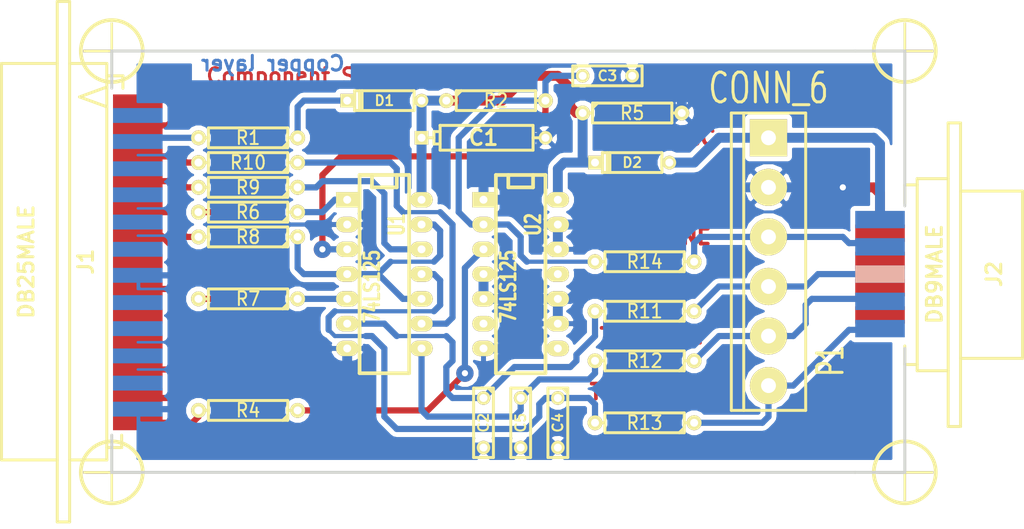
<source format=kicad_pcb>
(kicad_pcb (version 3) (host pcbnew "(2013-01-12 BZR 3902)-testing")

  (general
    (links 66)
    (no_connects 0)
    (area 91.160599 61.823599 196.621401 118.313201)
    (thickness 1.6002)
    (drawings 17)
    (tracks 265)
    (zones 0)
    (modules 29)
    (nets 27)
  )

  (page A4)
  (title_block 
    (rev 1)
    (company "Kicad Demo")
  )

  (layers
    (15 Dessus signal)
    (0 Dessous signal)
    (16 Dessous.Adhes user)
    (17 Dessus.Adhes user)
    (18 Dessous.Pate user)
    (19 Dessus.Pate user)
    (20 Dessous.SilkS user)
    (21 Dessus.SilkS user)
    (22 Dessous.Masque user)
    (23 Dessus.Masque user)
    (24 Dessin.User user)
    (25 Cmts.User user)
    (26 Eco1.User user)
    (27 Eco2.User user)
    (28 Contours.Ci user)
  )

  (setup
    (last_trace_width 0.635)
    (trace_clearance 0.254)
    (zone_clearance 0.508)
    (zone_45_only no)
    (trace_min 0.2032)
    (segment_width 0.3048)
    (edge_width 0.3048)
    (via_size 1.651)
    (via_drill 0.635)
    (via_min_size 0.889)
    (via_min_drill 0.508)
    (uvia_size 0.508)
    (uvia_drill 0.127)
    (uvias_allowed no)
    (uvia_min_size 0.508)
    (uvia_min_drill 0.127)
    (pcb_text_width 0.3048)
    (pcb_text_size 1.524 1.524)
    (mod_edge_width 0.3048)
    (mod_text_size 0.3048 1.524)
    (mod_text_width 0.3048)
    (pad_size 1.5748 2.286)
    (pad_drill 0.8128)
    (pad_to_mask_clearance 0.254)
    (aux_axis_origin 0 0)
    (visible_elements FFFFFFBF)
    (pcbplotparams
      (layerselection 3178497)
      (usegerberextensions false)
      (excludeedgelayer false)
      (linewidth 60)
      (plotframeref false)
      (viasonmask false)
      (mode 1)
      (useauxorigin false)
      (hpglpennumber 1)
      (hpglpenspeed 20)
      (hpglpendiameter 15)
      (hpglpenoverlay 0)
      (psnegative false)
      (psa4output false)
      (plotreference true)
      (plotvalue true)
      (plotothertext true)
      (plotinvisibletext false)
      (padsonsilk false)
      (subtractmaskfromsilk false)
      (outputformat 1)
      (mirror false)
      (drillshape 1)
      (scaleselection 1)
      (outputdirectory ""))
  )

  (net 0 "")
  (net 1 /CLK-D1)
  (net 2 /CTRL-D3)
  (net 3 /DONE-SELECT*)
  (net 4 /PWR_3,3-5V)
  (net 5 /TCK-CCLK)
  (net 6 /TD0-DONE)
  (net 7 /TD0-PROG-D4)
  (net 8 /TDI-DIN)
  (net 9 /TDI-DIN-D0)
  (net 10 /TMS-PROG)
  (net 11 /TMS-PROG-D2)
  (net 12 /VCC_SENSE-ERROR*)
  (net 13 GND)
  (net 14 N-000008)
  (net 15 N-000014)
  (net 16 N-000015)
  (net 17 N-000016)
  (net 18 N-000030)
  (net 19 N-000031)
  (net 20 N-000032)
  (net 21 N-000033)
  (net 22 N-000034)
  (net 23 N-000035)
  (net 24 N-000036)
  (net 25 N-000038)
  (net 26 VCC)

  (net_class Default "This is a problem with accented characters"
    (clearance 0.254)
    (trace_width 0.635)
    (via_dia 1.651)
    (via_drill 0.635)
    (uvia_dia 0.508)
    (uvia_drill 0.127)
    (add_net "")
    (add_net /CLK-D1)
    (add_net /CTRL-D3)
    (add_net /DONE-SELECT*)
    (add_net /PWR_3,3-5V)
    (add_net /TCK-CCLK)
    (add_net /TD0-DONE)
    (add_net /TD0-PROG-D4)
    (add_net /TDI-DIN)
    (add_net /TDI-DIN-D0)
    (add_net /TMS-PROG)
    (add_net /TMS-PROG-D2)
    (add_net /VCC_SENSE-ERROR*)
    (add_net GND)
    (add_net N-000008)
    (add_net N-000014)
    (add_net N-000015)
    (add_net N-000016)
    (add_net N-000030)
    (add_net N-000031)
    (add_net N-000032)
    (add_net N-000033)
    (add_net N-000034)
    (add_net N-000035)
    (add_net N-000036)
    (add_net N-000038)
    (add_net VCC)
  )

  (module DB25M_CI (layer Dessus) (tedit 3F9A86C0) (tstamp 3)
    (at 102.87 88.9 90)
    (descr "Connected DB25 male couche")
    (tags "CONN DB25")
    (path /3EBF7D04)
    (fp_text reference J1 (at 0 -2.667 270) (layer Dessus.SilkS)
      (effects (font (size 1.524 1.524) (thickness 0.3048)))
    )
    (fp_text value DB25MALE (at 0 -8.763 270) (layer Dessus.SilkS)
      (effects (font (size 1.524 1.524) (thickness 0.3048)))
    )
    (fp_line (start 15.875 -0.508) (end 16.891 -3.302) (layer Dessus.SilkS) (width 0.3048))
    (fp_line (start 16.891 -3.302) (end 17.907 -0.508) (layer Dessus.SilkS) (width 0.3048))
    (fp_line (start -26.67 -4.318) (end 26.67 -4.318) (layer Dessus.SilkS) (width 0.3048))
    (fp_line (start 26.67 -5.588) (end -26.67 -5.588) (layer Dessus.SilkS) (width 0.3048))
    (fp_line (start 26.67 -5.588) (end 26.67 -4.318) (layer Dessus.SilkS) (width 0.3048))
    (fp_line (start -26.67 -5.588) (end -26.67 -4.318) (layer Dessus.SilkS) (width 0.3048))
    (fp_line (start 20.32 -0.508) (end -20.32 -0.508) (layer Dessus.SilkS) (width 0.3048))
    (fp_line (start 19.05 -0.508) (end 19.05 1.143) (layer Dessus.SilkS) (width 0.3048))
    (fp_line (start 19.05 1.143) (end 17.78 1.143) (layer Dessus.SilkS) (width 0.3048))
    (fp_line (start -19.05 -0.508) (end -19.05 1.016) (layer Dessus.SilkS) (width 0.3048))
    (fp_line (start -19.05 1.016) (end -17.78 1.016) (layer Dessus.SilkS) (width 0.3048))
    (fp_line (start -20.32 -0.508) (end -20.32 -4.318) (layer Dessus.SilkS) (width 0.3048))
    (fp_line (start 20.32 -4.318) (end 20.32 -0.508) (layer Dessus.SilkS) (width 0.3048))
    (fp_line (start -20.32 -5.588) (end -20.32 -11.303) (layer Dessus.SilkS) (width 0.3048))
    (fp_line (start -20.32 -11.303) (end 20.32 -11.303) (layer Dessus.SilkS) (width 0.3048))
    (fp_line (start 20.32 -11.303) (end 20.32 -5.588) (layer Dessus.SilkS) (width 0.3048))
    (pad 13 connect rect (at -16.51 2.667 180) (size 5.08 1.524)
      (layers Dessus Dessus.Masque)
      (net 3 /DONE-SELECT*)
    )
    (pad 12 connect rect (at -13.716 2.667 180) (size 5.08 1.524)
      (layers Dessus Dessus.Masque)
      (net 14 N-000008)
    )
    (pad 11 connect rect (at -11.049 2.667 180) (size 5.08 1.524)
      (layers Dessus Dessus.Masque)
      (net 14 N-000008)
    )
    (pad 10 connect rect (at -8.255 2.667 180) (size 5.08 1.524)
      (layers Dessus Dessus.Masque)
    )
    (pad 9 connect rect (at -5.588 2.667 180) (size 5.08 1.524)
      (layers Dessus Dessus.Masque)
    )
    (pad 8 connect rect (at -2.794 2.667 180) (size 5.08 1.524)
      (layers Dessus Dessus.Masque)
      (net 14 N-000008)
    )
    (pad 7 connect rect (at 0 2.667 180) (size 5.08 1.524)
      (layers Dessus Dessus.Masque)
    )
    (pad 6 connect rect (at 2.667 2.667 180) (size 5.08 1.524)
      (layers Dessus Dessus.Masque)
      (net 7 /TD0-PROG-D4)
    )
    (pad 5 connect rect (at 5.461 2.667 180) (size 5.08 1.524)
      (layers Dessus Dessus.Masque)
      (net 2 /CTRL-D3)
    )
    (pad 4 connect rect (at 8.128 2.667 180) (size 5.08 1.524)
      (layers Dessus Dessus.Masque)
      (net 11 /TMS-PROG-D2)
    )
    (pad 3 connect rect (at 10.922 2.667 180) (size 5.08 1.524)
      (layers Dessus Dessus.Masque)
      (net 1 /CLK-D1)
    )
    (pad 2 connect rect (at 13.716 2.667 180) (size 5.08 1.524)
      (layers Dessus Dessus.Masque)
      (net 9 /TDI-DIN-D0)
    )
    (pad 1 connect rect (at 16.383 2.667 180) (size 5.08 1.524)
      (layers Dessus Dessus.Masque)
    )
    (pad 25 connect rect (at -15.113 2.667 180) (size 5.08 1.524)
      (layers Dessous Dessous.Masque)
      (net 13 GND)
    )
    (pad 24 connect rect (at -12.446 2.667 180) (size 5.08 1.524)
      (layers Dessous Dessous.Masque)
    )
    (pad 23 connect rect (at -9.652 2.667 180) (size 5.08 1.524)
      (layers Dessous Dessous.Masque)
    )
    (pad 22 connect rect (at -6.858 2.667 180) (size 5.08 1.524)
      (layers Dessous Dessous.Masque)
    )
    (pad 21 connect rect (at -4.191 2.667 180) (size 5.08 1.524)
      (layers Dessous Dessous.Masque)
    )
    (pad 20 connect rect (at -1.397 2.667 180) (size 5.08 1.524)
      (layers Dessous Dessous.Masque)
      (net 13 GND)
    )
    (pad 19 connect rect (at 1.27 2.667 180) (size 5.08 1.524)
      (layers Dessous Dessous.Masque)
    )
    (pad 18 connect rect (at 4.064 2.667 180) (size 5.08 1.524)
      (layers Dessous Dessous.Masque)
    )
    (pad 17 connect rect (at 6.858 2.667 180) (size 5.08 1.524)
      (layers Dessous Dessous.Masque)
    )
    (pad 16 connect rect (at 9.525 2.667 180) (size 5.08 1.524)
      (layers Dessous Dessous.Masque)
    )
    (pad 15 connect rect (at 12.319 2.667 180) (size 5.08 1.524)
      (layers Dessous Dessous.Masque)
      (net 12 /VCC_SENSE-ERROR*)
    )
    (pad 14 connect rect (at 14.986 2.667 180) (size 5.08 1.524)
      (layers Dessous Dessous.Masque)
    )
    (model conn_DBxx/db25_male.wrl
      (at (xyz 0 0 -0.033))
      (scale (xyz 0.98 1 1))
      (rotate (xyz 90 180 0))
    )
  )

  (module MIRE (layer Dessus) (tedit 200000) (tstamp 0)
    (at 102.87 67.31)
    (path MIRE)
    (fp_text reference MIRE (at -0.127 4.572) (layer Dessus.SilkS) hide
      (effects (font (size 1.016 1.016) (thickness 0.2032)))
    )
    (fp_text value * (at 3.302 2.794) (layer Dessus.SilkS) hide
      (effects (font (size 1.524 1.524) (thickness 0.2032)))
    )
    (fp_circle (center 0 0) (end 2.54 1.905) (layer Dessus.SilkS) (width 0.381))
    (pad "" thru_hole rect (at -1.524 0) (size 2.794 0.254)
      (layers *.Cu *.Mask Dessus.SilkS)
    )
    (pad "" thru_hole rect (at 0 -1.524) (size 0.254 2.794)
      (layers *.Cu *.Mask Dessus.SilkS)
    )
    (pad "" thru_hole circle (at 0 0) (size 0.254 0.254) (drill 0.0508)
      (layers *.Cu *.Mask)
    )
    (pad "" thru_hole rect (at -1.524 0) (size 2.286 0.254)
      (layers *.Cu *.Mask Dessus.SilkS)
    )
    (pad "" thru_hole rect (at 0 1.524) (size 0.254 2.794)
      (layers *.Cu *.Mask Dessus.SilkS)
    )
    (pad "" thru_hole rect (at 1.524 0) (size 2.794 0.254)
      (layers *.Cu *.Mask Dessus.SilkS)
    )
  )

  (module MIRE (layer Dessus) (tedit 200000) (tstamp 0)
    (at 102.87 110.49)
    (path MIRE)
    (fp_text reference MIRE (at -0.127 4.572) (layer Dessus.SilkS) hide
      (effects (font (size 1.016 1.016) (thickness 0.2032)))
    )
    (fp_text value * (at 3.302 2.794) (layer Dessus.SilkS) hide
      (effects (font (size 1.524 1.524) (thickness 0.2032)))
    )
    (fp_circle (center 0 0) (end 2.54 1.905) (layer Dessus.SilkS) (width 0.381))
    (pad "" thru_hole rect (at -1.524 0) (size 2.794 0.254)
      (layers *.Cu *.Mask Dessus.SilkS)
    )
    (pad "" thru_hole rect (at 0 -1.524) (size 0.254 2.794)
      (layers *.Cu *.Mask Dessus.SilkS)
    )
    (pad "" thru_hole circle (at 0 0) (size 0.254 0.254) (drill 0.0508)
      (layers *.Cu *.Mask)
    )
    (pad "" thru_hole rect (at -1.524 0) (size 2.286 0.254)
      (layers *.Cu *.Mask Dessus.SilkS)
    )
    (pad "" thru_hole rect (at 0 1.524) (size 0.254 2.794)
      (layers *.Cu *.Mask Dessus.SilkS)
    )
    (pad "" thru_hole rect (at 1.524 0) (size 2.794 0.254)
      (layers *.Cu *.Mask Dessus.SilkS)
    )
  )

  (module MIRE (layer Dessus) (tedit 200000) (tstamp 0)
    (at 184.15 110.49)
    (path MIRE)
    (fp_text reference MIRE (at -0.127 4.572) (layer Dessus.SilkS) hide
      (effects (font (size 1.016 1.016) (thickness 0.2032)))
    )
    (fp_text value * (at 3.302 2.794) (layer Dessus.SilkS) hide
      (effects (font (size 1.524 1.524) (thickness 0.2032)))
    )
    (fp_circle (center 0 0) (end 2.54 1.905) (layer Dessus.SilkS) (width 0.381))
    (pad "" thru_hole rect (at -1.524 0) (size 2.794 0.254)
      (layers *.Cu *.Mask Dessus.SilkS)
    )
    (pad "" thru_hole rect (at 0 -1.524) (size 0.254 2.794)
      (layers *.Cu *.Mask Dessus.SilkS)
    )
    (pad "" thru_hole circle (at 0 0) (size 0.254 0.254) (drill 0.0508)
      (layers *.Cu *.Mask)
    )
    (pad "" thru_hole rect (at -1.524 0) (size 2.286 0.254)
      (layers *.Cu *.Mask Dessus.SilkS)
    )
    (pad "" thru_hole rect (at 0 1.524) (size 0.254 2.794)
      (layers *.Cu *.Mask Dessus.SilkS)
    )
    (pad "" thru_hole rect (at 1.524 0) (size 2.794 0.254)
      (layers *.Cu *.Mask Dessus.SilkS)
    )
  )

  (module MIRE (layer Dessus) (tedit 200000) (tstamp 0)
    (at 184.15 67.31)
    (path MIRE)
    (fp_text reference MIRE (at -0.127 4.572) (layer Dessus.SilkS) hide
      (effects (font (size 1.016 1.016) (thickness 0.2032)))
    )
    (fp_text value * (at 3.302 2.794) (layer Dessus.SilkS) hide
      (effects (font (size 1.524 1.524) (thickness 0.2032)))
    )
    (fp_circle (center 0 0) (end 2.54 1.905) (layer Dessus.SilkS) (width 0.381))
    (pad "" thru_hole rect (at -1.524 0) (size 2.794 0.254)
      (layers *.Cu *.Mask Dessus.SilkS)
    )
    (pad "" thru_hole rect (at 0 -1.524) (size 0.254 2.794)
      (layers *.Cu *.Mask Dessus.SilkS)
    )
    (pad "" thru_hole circle (at 0 0) (size 0.254 0.254) (drill 0.0508)
      (layers *.Cu *.Mask)
    )
    (pad "" thru_hole rect (at -1.524 0) (size 2.286 0.254)
      (layers *.Cu *.Mask Dessus.SilkS)
    )
    (pad "" thru_hole rect (at 0 1.524) (size 0.254 2.794)
      (layers *.Cu *.Mask Dessus.SilkS)
    )
    (pad "" thru_hole rect (at 1.524 0) (size 2.794 0.254)
      (layers *.Cu *.Mask Dessus.SilkS)
    )
  )

  (module bornier6 (layer Dessus) (tedit 41F667CA) (tstamp 3)
    (at 170.18 88.9 270)
    (descr "Bornier d'alimentation 4 pins")
    (tags DEV)
    (path /3EBF830C)
    (fp_text reference P1 (at 10.16 -6.35 270) (layer Dessus.SilkS)
      (effects (font (size 2.6162 1.59766) (thickness 0.3048)))
    )
    (fp_text value CONN_6 (at -17.78 0 360) (layer Dessus.SilkS)
      (effects (font (size 3.05054 2.0955) (thickness 0.3048)))
    )
    (fp_line (start -15.24 -3.81) (end -15.24 3.81) (layer Dessus.SilkS) (width 0.3048))
    (fp_line (start 15.24 3.81) (end 15.24 -3.81) (layer Dessus.SilkS) (width 0.3048))
    (fp_line (start -15.24 2.54) (end 15.24 2.54) (layer Dessus.SilkS) (width 0.3048))
    (fp_line (start -15.24 -3.81) (end 15.24 -3.81) (layer Dessus.SilkS) (width 0.3048))
    (fp_line (start -15.24 3.81) (end 15.24 3.81) (layer Dessus.SilkS) (width 0.3048))
    (pad 2 thru_hole circle (at -7.62 0 270) (size 3.81 3.81) (drill 1.524)
      (layers *.Cu *.Mask Dessus.SilkS)
      (net 13 GND)
    )
    (pad 3 thru_hole circle (at -2.54 0 270) (size 3.81 3.81) (drill 1.524)
      (layers *.Cu *.Mask Dessus.SilkS)
      (net 6 /TD0-DONE)
    )
    (pad 1 thru_hole rect (at -12.7 0 270) (size 3.81 3.81) (drill 1.524)
      (layers *.Cu *.Mask Dessus.SilkS)
      (net 4 /PWR_3,3-5V)
    )
    (pad 4 thru_hole circle (at 2.54 0 270) (size 3.81 3.81) (drill 1.524)
      (layers *.Cu *.Mask Dessus.SilkS)
      (net 8 /TDI-DIN)
    )
    (pad 5 thru_hole circle (at 7.62 0 270) (size 3.81 3.81) (drill 1.524)
      (layers *.Cu *.Mask Dessus.SilkS)
      (net 5 /TCK-CCLK)
    )
    (pad 6 thru_hole circle (at 12.7 0 270) (size 3.81 3.81) (drill 1.524)
      (layers *.Cu *.Mask Dessus.SilkS)
      (net 10 /TMS-PROG)
    )
    (model device/bornier_6.wrl
      (at (xyz 0 0 0))
      (scale (xyz 1 1 1))
      (rotate (xyz 0 0 0))
    )
  )

  (module R4 (layer Dessus) (tedit 200000) (tstamp 3)
    (at 142.24 72.39)
    (descr "Resitance 4 pas")
    (tags R)
    (path /3EBF8187)
    (autoplace_cost180 10)
    (fp_text reference R2 (at 0 0) (layer Dessus.SilkS)
      (effects (font (size 1.397 1.27) (thickness 0.2032)))
    )
    (fp_text value 5,1K (at 0 0) (layer Dessus.SilkS) hide
      (effects (font (size 1.397 1.27) (thickness 0.2032)))
    )
    (fp_line (start -5.08 0) (end -4.064 0) (layer Dessus.SilkS) (width 0.3048))
    (fp_line (start -4.064 0) (end -4.064 -1.016) (layer Dessus.SilkS) (width 0.3048))
    (fp_line (start -4.064 -1.016) (end 4.064 -1.016) (layer Dessus.SilkS) (width 0.3048))
    (fp_line (start 4.064 -1.016) (end 4.064 1.016) (layer Dessus.SilkS) (width 0.3048))
    (fp_line (start 4.064 1.016) (end -4.064 1.016) (layer Dessus.SilkS) (width 0.3048))
    (fp_line (start -4.064 1.016) (end -4.064 0) (layer Dessus.SilkS) (width 0.3048))
    (fp_line (start -4.064 -0.508) (end -3.556 -1.016) (layer Dessus.SilkS) (width 0.3048))
    (fp_line (start 5.08 0) (end 4.064 0) (layer Dessus.SilkS) (width 0.3048))
    (pad 1 thru_hole circle (at -5.08 0) (size 1.524 1.524) (drill 0.8128)
      (layers *.Cu *.Mask Dessus.SilkS)
      (net 26 VCC)
    )
    (pad 2 thru_hole circle (at 5.08 0) (size 1.524 1.524) (drill 0.8128)
      (layers *.Cu *.Mask Dessus.SilkS)
      (net 25 N-000038)
    )
    (model discret/resistor.wrl
      (at (xyz 0 0 0))
      (scale (xyz 0.4 0.4 0.4))
      (rotate (xyz 0 0 0))
    )
  )

  (module R4 (layer Dessus) (tedit 200000) (tstamp 3)
    (at 116.84 76.2 180)
    (descr "Resitance 4 pas")
    (tags R)
    (path /3EBF7D16)
    (autoplace_cost180 10)
    (fp_text reference R1 (at 0 0 180) (layer Dessus.SilkS)
      (effects (font (size 1.397 1.27) (thickness 0.2032)))
    )
    (fp_text value 100 (at 0 0 180) (layer Dessus.SilkS) hide
      (effects (font (size 1.397 1.27) (thickness 0.2032)))
    )
    (fp_line (start -5.08 0) (end -4.064 0) (layer Dessus.SilkS) (width 0.3048))
    (fp_line (start -4.064 0) (end -4.064 -1.016) (layer Dessus.SilkS) (width 0.3048))
    (fp_line (start -4.064 -1.016) (end 4.064 -1.016) (layer Dessus.SilkS) (width 0.3048))
    (fp_line (start 4.064 -1.016) (end 4.064 1.016) (layer Dessus.SilkS) (width 0.3048))
    (fp_line (start 4.064 1.016) (end -4.064 1.016) (layer Dessus.SilkS) (width 0.3048))
    (fp_line (start -4.064 1.016) (end -4.064 0) (layer Dessus.SilkS) (width 0.3048))
    (fp_line (start -4.064 -0.508) (end -3.556 -1.016) (layer Dessus.SilkS) (width 0.3048))
    (fp_line (start 5.08 0) (end 4.064 0) (layer Dessus.SilkS) (width 0.3048))
    (pad 1 thru_hole circle (at -5.08 0 180) (size 1.524 1.524) (drill 0.8128)
      (layers *.Cu *.Mask Dessus.SilkS)
      (net 15 N-000014)
    )
    (pad 2 thru_hole circle (at 5.08 0 180) (size 1.524 1.524) (drill 0.8128)
      (layers *.Cu *.Mask Dessus.SilkS)
      (net 12 /VCC_SENSE-ERROR*)
    )
    (model discret/resistor.wrl
      (at (xyz 0 0 0))
      (scale (xyz 0.4 0.4 0.4))
      (rotate (xyz 0 0 0))
    )
  )

  (module R4 (layer Dessus) (tedit 200000) (tstamp 3)
    (at 157.48 88.9 180)
    (descr "Resitance 4 pas")
    (tags R)
    (path /3EBF819B)
    (autoplace_cost180 10)
    (fp_text reference R14 (at 0 0 180) (layer Dessus.SilkS)
      (effects (font (size 1.397 1.27) (thickness 0.2032)))
    )
    (fp_text value 100 (at 0 0 180) (layer Dessus.SilkS) hide
      (effects (font (size 1.397 1.27) (thickness 0.2032)))
    )
    (fp_line (start -5.08 0) (end -4.064 0) (layer Dessus.SilkS) (width 0.3048))
    (fp_line (start -4.064 0) (end -4.064 -1.016) (layer Dessus.SilkS) (width 0.3048))
    (fp_line (start -4.064 -1.016) (end 4.064 -1.016) (layer Dessus.SilkS) (width 0.3048))
    (fp_line (start 4.064 -1.016) (end 4.064 1.016) (layer Dessus.SilkS) (width 0.3048))
    (fp_line (start 4.064 1.016) (end -4.064 1.016) (layer Dessus.SilkS) (width 0.3048))
    (fp_line (start -4.064 1.016) (end -4.064 0) (layer Dessus.SilkS) (width 0.3048))
    (fp_line (start -4.064 -0.508) (end -3.556 -1.016) (layer Dessus.SilkS) (width 0.3048))
    (fp_line (start 5.08 0) (end 4.064 0) (layer Dessus.SilkS) (width 0.3048))
    (pad 1 thru_hole circle (at -5.08 0 180) (size 1.524 1.524) (drill 0.8128)
      (layers *.Cu *.Mask Dessus.SilkS)
      (net 6 /TD0-DONE)
    )
    (pad 2 thru_hole circle (at 5.08 0 180) (size 1.524 1.524) (drill 0.8128)
      (layers *.Cu *.Mask Dessus.SilkS)
      (net 25 N-000038)
    )
    (model discret/resistor.wrl
      (at (xyz 0 0 0))
      (scale (xyz 0.4 0.4 0.4))
      (rotate (xyz 0 0 0))
    )
  )

  (module R4 (layer Dessus) (tedit 200000) (tstamp 3)
    (at 156.21 73.66)
    (descr "Resitance 4 pas")
    (tags R)
    (path /3EBF818E)
    (autoplace_cost180 10)
    (fp_text reference R5 (at 0 0) (layer Dessus.SilkS)
      (effects (font (size 1.397 1.27) (thickness 0.2032)))
    )
    (fp_text value 1K (at 0 0) (layer Dessus.SilkS) hide
      (effects (font (size 1.397 1.27) (thickness 0.2032)))
    )
    (fp_line (start -5.08 0) (end -4.064 0) (layer Dessus.SilkS) (width 0.3048))
    (fp_line (start -4.064 0) (end -4.064 -1.016) (layer Dessus.SilkS) (width 0.3048))
    (fp_line (start -4.064 -1.016) (end 4.064 -1.016) (layer Dessus.SilkS) (width 0.3048))
    (fp_line (start 4.064 -1.016) (end 4.064 1.016) (layer Dessus.SilkS) (width 0.3048))
    (fp_line (start 4.064 1.016) (end -4.064 1.016) (layer Dessus.SilkS) (width 0.3048))
    (fp_line (start -4.064 1.016) (end -4.064 0) (layer Dessus.SilkS) (width 0.3048))
    (fp_line (start -4.064 -0.508) (end -3.556 -1.016) (layer Dessus.SilkS) (width 0.3048))
    (fp_line (start 5.08 0) (end 4.064 0) (layer Dessus.SilkS) (width 0.3048))
    (pad 1 thru_hole circle (at -5.08 0) (size 1.524 1.524) (drill 0.8128)
      (layers *.Cu *.Mask Dessus.SilkS)
      (net 26 VCC)
    )
    (pad 2 thru_hole circle (at 5.08 0) (size 1.524 1.524) (drill 0.8128)
      (layers *.Cu *.Mask Dessus.SilkS)
      (net 13 GND)
    )
    (model discret/resistor.wrl
      (at (xyz 0 0 0))
      (scale (xyz 0.4 0.4 0.4))
      (rotate (xyz 0 0 0))
    )
  )

  (module R4 (layer Dessus) (tedit 200000) (tstamp 3)
    (at 116.84 83.82 180)
    (descr "Resitance 4 pas")
    (tags R)
    (path /3EBF7D26)
    (autoplace_cost180 10)
    (fp_text reference R6 (at 0 0 180) (layer Dessus.SilkS)
      (effects (font (size 1.397 1.27) (thickness 0.2032)))
    )
    (fp_text value 100 (at 0 0 180) (layer Dessus.SilkS) hide
      (effects (font (size 1.397 1.27) (thickness 0.2032)))
    )
    (fp_line (start -5.08 0) (end -4.064 0) (layer Dessus.SilkS) (width 0.3048))
    (fp_line (start -4.064 0) (end -4.064 -1.016) (layer Dessus.SilkS) (width 0.3048))
    (fp_line (start -4.064 -1.016) (end 4.064 -1.016) (layer Dessus.SilkS) (width 0.3048))
    (fp_line (start 4.064 -1.016) (end 4.064 1.016) (layer Dessus.SilkS) (width 0.3048))
    (fp_line (start 4.064 1.016) (end -4.064 1.016) (layer Dessus.SilkS) (width 0.3048))
    (fp_line (start -4.064 1.016) (end -4.064 0) (layer Dessus.SilkS) (width 0.3048))
    (fp_line (start -4.064 -0.508) (end -3.556 -1.016) (layer Dessus.SilkS) (width 0.3048))
    (fp_line (start 5.08 0) (end 4.064 0) (layer Dessus.SilkS) (width 0.3048))
    (pad 1 thru_hole circle (at -5.08 0 180) (size 1.524 1.524) (drill 0.8128)
      (layers *.Cu *.Mask Dessus.SilkS)
      (net 19 N-000031)
    )
    (pad 2 thru_hole circle (at 5.08 0 180) (size 1.524 1.524) (drill 0.8128)
      (layers *.Cu *.Mask Dessus.SilkS)
      (net 7 /TD0-PROG-D4)
    )
    (model discret/resistor.wrl
      (at (xyz 0 0 0))
      (scale (xyz 0.4 0.4 0.4))
      (rotate (xyz 0 0 0))
    )
  )

  (module R4 (layer Dessus) (tedit 200000) (tstamp 3)
    (at 116.84 92.71 180)
    (descr "Resitance 4 pas")
    (tags R)
    (path /4D52807F)
    (autoplace_cost180 10)
    (fp_text reference R7 (at 0 0 180) (layer Dessus.SilkS)
      (effects (font (size 1.397 1.27) (thickness 0.2032)))
    )
    (fp_text value 100 (at 0 0 180) (layer Dessus.SilkS) hide
      (effects (font (size 1.397 1.27) (thickness 0.2032)))
    )
    (fp_line (start -5.08 0) (end -4.064 0) (layer Dessus.SilkS) (width 0.3048))
    (fp_line (start -4.064 0) (end -4.064 -1.016) (layer Dessus.SilkS) (width 0.3048))
    (fp_line (start -4.064 -1.016) (end 4.064 -1.016) (layer Dessus.SilkS) (width 0.3048))
    (fp_line (start 4.064 -1.016) (end 4.064 1.016) (layer Dessus.SilkS) (width 0.3048))
    (fp_line (start 4.064 1.016) (end -4.064 1.016) (layer Dessus.SilkS) (width 0.3048))
    (fp_line (start -4.064 1.016) (end -4.064 0) (layer Dessus.SilkS) (width 0.3048))
    (fp_line (start -4.064 -0.508) (end -3.556 -1.016) (layer Dessus.SilkS) (width 0.3048))
    (fp_line (start 5.08 0) (end 4.064 0) (layer Dessus.SilkS) (width 0.3048))
    (pad 1 thru_hole circle (at -5.08 0 180) (size 1.524 1.524) (drill 0.8128)
      (layers *.Cu *.Mask Dessus.SilkS)
      (net 17 N-000016)
    )
    (pad 2 thru_hole circle (at 5.08 0 180) (size 1.524 1.524) (drill 0.8128)
      (layers *.Cu *.Mask Dessus.SilkS)
      (net 9 /TDI-DIN-D0)
    )
    (model discret/resistor.wrl
      (at (xyz 0 0 0))
      (scale (xyz 0.4 0.4 0.4))
      (rotate (xyz 0 0 0))
    )
  )

  (module R4 (layer Dessus) (tedit 200000) (tstamp 3)
    (at 116.84 86.36 180)
    (descr "Resitance 4 pas")
    (tags R)
    (path /4D528080)
    (autoplace_cost180 10)
    (fp_text reference R8 (at 0 0 180) (layer Dessus.SilkS)
      (effects (font (size 1.397 1.27) (thickness 0.2032)))
    )
    (fp_text value 100 (at 0 0 180) (layer Dessus.SilkS) hide
      (effects (font (size 1.397 1.27) (thickness 0.2032)))
    )
    (fp_line (start -5.08 0) (end -4.064 0) (layer Dessus.SilkS) (width 0.3048))
    (fp_line (start -4.064 0) (end -4.064 -1.016) (layer Dessus.SilkS) (width 0.3048))
    (fp_line (start -4.064 -1.016) (end 4.064 -1.016) (layer Dessus.SilkS) (width 0.3048))
    (fp_line (start 4.064 -1.016) (end 4.064 1.016) (layer Dessus.SilkS) (width 0.3048))
    (fp_line (start 4.064 1.016) (end -4.064 1.016) (layer Dessus.SilkS) (width 0.3048))
    (fp_line (start -4.064 1.016) (end -4.064 0) (layer Dessus.SilkS) (width 0.3048))
    (fp_line (start -4.064 -0.508) (end -3.556 -1.016) (layer Dessus.SilkS) (width 0.3048))
    (fp_line (start 5.08 0) (end 4.064 0) (layer Dessus.SilkS) (width 0.3048))
    (pad 1 thru_hole circle (at -5.08 0 180) (size 1.524 1.524) (drill 0.8128)
      (layers *.Cu *.Mask Dessus.SilkS)
      (net 21 N-000033)
    )
    (pad 2 thru_hole circle (at 5.08 0 180) (size 1.524 1.524) (drill 0.8128)
      (layers *.Cu *.Mask Dessus.SilkS)
      (net 2 /CTRL-D3)
    )
    (model discret/resistor.wrl
      (at (xyz 0 0 0))
      (scale (xyz 0.4 0.4 0.4))
      (rotate (xyz 0 0 0))
    )
  )

  (module R4 (layer Dessus) (tedit 200000) (tstamp 3)
    (at 116.84 81.28 180)
    (descr "Resitance 4 pas")
    (tags R)
    (path /3EBF7D33)
    (autoplace_cost180 10)
    (fp_text reference R9 (at 0 0 180) (layer Dessus.SilkS)
      (effects (font (size 1.397 1.27) (thickness 0.2032)))
    )
    (fp_text value 100 (at 0 0 180) (layer Dessus.SilkS) hide
      (effects (font (size 1.397 1.27) (thickness 0.2032)))
    )
    (fp_line (start -5.08 0) (end -4.064 0) (layer Dessus.SilkS) (width 0.3048))
    (fp_line (start -4.064 0) (end -4.064 -1.016) (layer Dessus.SilkS) (width 0.3048))
    (fp_line (start -4.064 -1.016) (end 4.064 -1.016) (layer Dessus.SilkS) (width 0.3048))
    (fp_line (start 4.064 -1.016) (end 4.064 1.016) (layer Dessus.SilkS) (width 0.3048))
    (fp_line (start 4.064 1.016) (end -4.064 1.016) (layer Dessus.SilkS) (width 0.3048))
    (fp_line (start -4.064 1.016) (end -4.064 0) (layer Dessus.SilkS) (width 0.3048))
    (fp_line (start -4.064 -0.508) (end -3.556 -1.016) (layer Dessus.SilkS) (width 0.3048))
    (fp_line (start 5.08 0) (end 4.064 0) (layer Dessus.SilkS) (width 0.3048))
    (pad 1 thru_hole circle (at -5.08 0 180) (size 1.524 1.524) (drill 0.8128)
      (layers *.Cu *.Mask Dessus.SilkS)
      (net 20 N-000032)
    )
    (pad 2 thru_hole circle (at 5.08 0 180) (size 1.524 1.524) (drill 0.8128)
      (layers *.Cu *.Mask Dessus.SilkS)
      (net 11 /TMS-PROG-D2)
    )
    (model discret/resistor.wrl
      (at (xyz 0 0 0))
      (scale (xyz 0.4 0.4 0.4))
      (rotate (xyz 0 0 0))
    )
  )

  (module R4 (layer Dessus) (tedit 200000) (tstamp 3)
    (at 116.84 78.74 180)
    (descr "Resitance 4 pas")
    (tags R)
    (path /3EBF7D31)
    (autoplace_cost180 10)
    (fp_text reference R10 (at 0 0 180) (layer Dessus.SilkS)
      (effects (font (size 1.397 1.27) (thickness 0.2032)))
    )
    (fp_text value 100 (at 0 0 180) (layer Dessus.SilkS) hide
      (effects (font (size 1.397 1.27) (thickness 0.2032)))
    )
    (fp_line (start -5.08 0) (end -4.064 0) (layer Dessus.SilkS) (width 0.3048))
    (fp_line (start -4.064 0) (end -4.064 -1.016) (layer Dessus.SilkS) (width 0.3048))
    (fp_line (start -4.064 -1.016) (end 4.064 -1.016) (layer Dessus.SilkS) (width 0.3048))
    (fp_line (start 4.064 -1.016) (end 4.064 1.016) (layer Dessus.SilkS) (width 0.3048))
    (fp_line (start 4.064 1.016) (end -4.064 1.016) (layer Dessus.SilkS) (width 0.3048))
    (fp_line (start -4.064 1.016) (end -4.064 0) (layer Dessus.SilkS) (width 0.3048))
    (fp_line (start -4.064 -0.508) (end -3.556 -1.016) (layer Dessus.SilkS) (width 0.3048))
    (fp_line (start 5.08 0) (end 4.064 0) (layer Dessus.SilkS) (width 0.3048))
    (pad 1 thru_hole circle (at -5.08 0 180) (size 1.524 1.524) (drill 0.8128)
      (layers *.Cu *.Mask Dessus.SilkS)
      (net 18 N-000030)
    )
    (pad 2 thru_hole circle (at 5.08 0 180) (size 1.524 1.524) (drill 0.8128)
      (layers *.Cu *.Mask Dessus.SilkS)
      (net 1 /CLK-D1)
    )
    (model discret/resistor.wrl
      (at (xyz 0 0 0))
      (scale (xyz 0.4 0.4 0.4))
      (rotate (xyz 0 0 0))
    )
  )

  (module R4 (layer Dessus) (tedit 200000) (tstamp 3)
    (at 157.48 93.98 180)
    (descr "Resitance 4 pas")
    (tags R)
    (path /4D527316)
    (autoplace_cost180 10)
    (fp_text reference R11 (at 0 0 180) (layer Dessus.SilkS)
      (effects (font (size 1.397 1.27) (thickness 0.2032)))
    )
    (fp_text value 100 (at 0 0 180) (layer Dessus.SilkS) hide
      (effects (font (size 1.397 1.27) (thickness 0.2032)))
    )
    (fp_line (start -5.08 0) (end -4.064 0) (layer Dessus.SilkS) (width 0.3048))
    (fp_line (start -4.064 0) (end -4.064 -1.016) (layer Dessus.SilkS) (width 0.3048))
    (fp_line (start -4.064 -1.016) (end 4.064 -1.016) (layer Dessus.SilkS) (width 0.3048))
    (fp_line (start 4.064 -1.016) (end 4.064 1.016) (layer Dessus.SilkS) (width 0.3048))
    (fp_line (start 4.064 1.016) (end -4.064 1.016) (layer Dessus.SilkS) (width 0.3048))
    (fp_line (start -4.064 1.016) (end -4.064 0) (layer Dessus.SilkS) (width 0.3048))
    (fp_line (start -4.064 -0.508) (end -3.556 -1.016) (layer Dessus.SilkS) (width 0.3048))
    (fp_line (start 5.08 0) (end 4.064 0) (layer Dessus.SilkS) (width 0.3048))
    (pad 1 thru_hole circle (at -5.08 0 180) (size 1.524 1.524) (drill 0.8128)
      (layers *.Cu *.Mask Dessus.SilkS)
      (net 8 /TDI-DIN)
    )
    (pad 2 thru_hole circle (at 5.08 0 180) (size 1.524 1.524) (drill 0.8128)
      (layers *.Cu *.Mask Dessus.SilkS)
      (net 23 N-000035)
    )
    (model discret/resistor.wrl
      (at (xyz 0 0 0))
      (scale (xyz 0.4 0.4 0.4))
      (rotate (xyz 0 0 0))
    )
  )

  (module R4 (layer Dessus) (tedit 200000) (tstamp 3)
    (at 157.48 99.06 180)
    (descr "Resitance 4 pas")
    (tags R)
    (path /4D528083)
    (autoplace_cost180 10)
    (fp_text reference R12 (at 0 0 180) (layer Dessus.SilkS)
      (effects (font (size 1.397 1.27) (thickness 0.2032)))
    )
    (fp_text value 100 (at 0 0 180) (layer Dessus.SilkS) hide
      (effects (font (size 1.397 1.27) (thickness 0.2032)))
    )
    (fp_line (start -5.08 0) (end -4.064 0) (layer Dessus.SilkS) (width 0.3048))
    (fp_line (start -4.064 0) (end -4.064 -1.016) (layer Dessus.SilkS) (width 0.3048))
    (fp_line (start -4.064 -1.016) (end 4.064 -1.016) (layer Dessus.SilkS) (width 0.3048))
    (fp_line (start 4.064 -1.016) (end 4.064 1.016) (layer Dessus.SilkS) (width 0.3048))
    (fp_line (start 4.064 1.016) (end -4.064 1.016) (layer Dessus.SilkS) (width 0.3048))
    (fp_line (start -4.064 1.016) (end -4.064 0) (layer Dessus.SilkS) (width 0.3048))
    (fp_line (start -4.064 -0.508) (end -3.556 -1.016) (layer Dessus.SilkS) (width 0.3048))
    (fp_line (start 5.08 0) (end 4.064 0) (layer Dessus.SilkS) (width 0.3048))
    (pad 1 thru_hole circle (at -5.08 0 180) (size 1.524 1.524) (drill 0.8128)
      (layers *.Cu *.Mask Dessus.SilkS)
      (net 5 /TCK-CCLK)
    )
    (pad 2 thru_hole circle (at 5.08 0 180) (size 1.524 1.524) (drill 0.8128)
      (layers *.Cu *.Mask Dessus.SilkS)
      (net 24 N-000036)
    )
    (model discret/resistor.wrl
      (at (xyz 0 0 0))
      (scale (xyz 0.4 0.4 0.4))
      (rotate (xyz 0 0 0))
    )
  )

  (module R4 (layer Dessus) (tedit 200000) (tstamp 3)
    (at 157.48 105.41 180)
    (descr "Resitance 4 pas")
    (tags R)
    (path /4D528082)
    (autoplace_cost180 10)
    (fp_text reference R13 (at 0 0 180) (layer Dessus.SilkS)
      (effects (font (size 1.397 1.27) (thickness 0.2032)))
    )
    (fp_text value 100 (at 0 0 180) (layer Dessus.SilkS) hide
      (effects (font (size 1.397 1.27) (thickness 0.2032)))
    )
    (fp_line (start -5.08 0) (end -4.064 0) (layer Dessus.SilkS) (width 0.3048))
    (fp_line (start -4.064 0) (end -4.064 -1.016) (layer Dessus.SilkS) (width 0.3048))
    (fp_line (start -4.064 -1.016) (end 4.064 -1.016) (layer Dessus.SilkS) (width 0.3048))
    (fp_line (start 4.064 -1.016) (end 4.064 1.016) (layer Dessus.SilkS) (width 0.3048))
    (fp_line (start 4.064 1.016) (end -4.064 1.016) (layer Dessus.SilkS) (width 0.3048))
    (fp_line (start -4.064 1.016) (end -4.064 0) (layer Dessus.SilkS) (width 0.3048))
    (fp_line (start -4.064 -0.508) (end -3.556 -1.016) (layer Dessus.SilkS) (width 0.3048))
    (fp_line (start 5.08 0) (end 4.064 0) (layer Dessus.SilkS) (width 0.3048))
    (pad 1 thru_hole circle (at -5.08 0 180) (size 1.524 1.524) (drill 0.8128)
      (layers *.Cu *.Mask Dessus.SilkS)
      (net 10 /TMS-PROG)
    )
    (pad 2 thru_hole circle (at 5.08 0 180) (size 1.524 1.524) (drill 0.8128)
      (layers *.Cu *.Mask Dessus.SilkS)
      (net 22 N-000034)
    )
    (model discret/resistor.wrl
      (at (xyz 0 0 0))
      (scale (xyz 0.4 0.4 0.4))
      (rotate (xyz 0 0 0))
    )
  )

  (module R4 (layer Dessus) (tedit 200000) (tstamp 3)
    (at 116.84 104.14 180)
    (descr "Resitance 4 pas")
    (tags R)
    (path /3EBF7D22)
    (autoplace_cost180 10)
    (fp_text reference R4 (at 0 0 180) (layer Dessus.SilkS)
      (effects (font (size 1.397 1.27) (thickness 0.2032)))
    )
    (fp_text value 47 (at 0 0 180) (layer Dessus.SilkS) hide
      (effects (font (size 1.397 1.27) (thickness 0.2032)))
    )
    (fp_line (start -5.08 0) (end -4.064 0) (layer Dessus.SilkS) (width 0.3048))
    (fp_line (start -4.064 0) (end -4.064 -1.016) (layer Dessus.SilkS) (width 0.3048))
    (fp_line (start -4.064 -1.016) (end 4.064 -1.016) (layer Dessus.SilkS) (width 0.3048))
    (fp_line (start 4.064 -1.016) (end 4.064 1.016) (layer Dessus.SilkS) (width 0.3048))
    (fp_line (start 4.064 1.016) (end -4.064 1.016) (layer Dessus.SilkS) (width 0.3048))
    (fp_line (start -4.064 1.016) (end -4.064 0) (layer Dessus.SilkS) (width 0.3048))
    (fp_line (start -4.064 -0.508) (end -3.556 -1.016) (layer Dessus.SilkS) (width 0.3048))
    (fp_line (start 5.08 0) (end 4.064 0) (layer Dessus.SilkS) (width 0.3048))
    (pad 1 thru_hole circle (at -5.08 0 180) (size 1.524 1.524) (drill 0.8128)
      (layers *.Cu *.Mask Dessus.SilkS)
      (net 16 N-000015)
    )
    (pad 2 thru_hole circle (at 5.08 0 180) (size 1.524 1.524) (drill 0.8128)
      (layers *.Cu *.Mask Dessus.SilkS)
      (net 3 /DONE-SELECT*)
    )
    (model discret/resistor.wrl
      (at (xyz 0 0 0))
      (scale (xyz 0.4 0.4 0.4))
      (rotate (xyz 0 0 0))
    )
  )

  (module CP5 (layer Dessus) (tedit 200000) (tstamp 3)
    (at 140.97 76.2)
    (descr "Condensateur polarise")
    (tags CP)
    (path /3EBF82C6)
    (fp_text reference C1 (at 0 0) (layer Dessus.SilkS)
      (effects (font (size 1.524 1.524) (thickness 0.3048)))
    )
    (fp_text value 1uF (at 0 0) (layer Dessus.SilkS) hide
      (effects (font (size 1.524 1.3335) (thickness 0.3048)))
    )
    (fp_line (start -4.445 -1.27) (end -4.445 -1.27) (layer Dessus.SilkS) (width 0.3048))
    (fp_line (start -4.445 -1.27) (end -4.445 -1.27) (layer Dessus.SilkS) (width 0.3048))
    (fp_line (start -4.445 -1.27) (end -4.445 -1.27) (layer Dessus.SilkS) (width 0.3048))
    (fp_line (start -4.445 -1.27) (end 5.08 -1.27) (layer Dessus.SilkS) (width 0.3048))
    (fp_line (start 5.08 -1.27) (end 5.08 1.27) (layer Dessus.SilkS) (width 0.3048))
    (fp_line (start 5.08 1.27) (end -4.445 1.27) (layer Dessus.SilkS) (width 0.3048))
    (fp_line (start -4.445 1.27) (end -4.445 -1.27) (layer Dessus.SilkS) (width 0.3048))
    (fp_line (start -4.445 -0.635) (end -4.445 -0.635) (layer Dessus.SilkS) (width 0.3048))
    (fp_line (start -4.445 -0.635) (end -5.08 -0.635) (layer Dessus.SilkS) (width 0.3048))
    (fp_line (start -5.08 -0.635) (end -5.08 0.635) (layer Dessus.SilkS) (width 0.3048))
    (fp_line (start -5.08 0.635) (end -4.445 0.635) (layer Dessus.SilkS) (width 0.3048))
    (fp_line (start -6.35 0) (end -6.35 0) (layer Dessus.SilkS) (width 0.3048))
    (fp_line (start -6.35 0) (end -5.08 0) (layer Dessus.SilkS) (width 0.3048))
    (fp_line (start -5.08 0) (end -5.08 0) (layer Dessus.SilkS) (width 0.3048))
    (fp_line (start -5.08 0) (end -5.08 0) (layer Dessus.SilkS) (width 0.3048))
    (fp_line (start 5.08 0) (end 5.08 0) (layer Dessus.SilkS) (width 0.3048))
    (fp_line (start 5.08 0) (end 5.08 0) (layer Dessus.SilkS) (width 0.3048))
    (fp_line (start 5.08 0) (end 6.35 0) (layer Dessus.SilkS) (width 0.3048))
    (fp_line (start 6.35 0) (end 6.35 0) (layer Dessus.SilkS) (width 0.3048))
    (fp_line (start 6.35 0) (end 6.35 0) (layer Dessus.SilkS) (width 0.3048))
    (fp_line (start 6.35 0) (end 6.35 0) (layer Dessus.SilkS) (width 0.3048))
    (pad 1 thru_hole rect (at -6.35 0) (size 1.397 1.397) (drill 0.8128)
      (layers *.Cu *.Mask Dessus.SilkS)
      (net 26 VCC)
    )
    (pad 2 thru_hole circle (at 6.35 0) (size 1.397 1.397) (drill 0.8128)
      (layers *.Cu *.Mask Dessus.SilkS)
      (net 13 GND)
    )
    (model discret/c_pol.wrl
      (at (xyz 0 0 0))
      (scale (xyz 0.5 0.5 0.5))
      (rotate (xyz 0 0 0))
    )
  )

  (module D3 (layer Dessus) (tedit 200000) (tstamp 3)
    (at 156.21 78.74 180)
    (descr "Diode 3 pas")
    (tags "DIODE DEV")
    (path /3EBF8176)
    (fp_text reference D2 (at 0 0 180) (layer Dessus.SilkS)
      (effects (font (size 1.016 1.016) (thickness 0.2032)))
    )
    (fp_text value BAT46 (at 0 0 180) (layer Dessus.SilkS) hide
      (effects (font (size 1.016 1.016) (thickness 0.2032)))
    )
    (fp_line (start 3.81 0) (end 3.048 0) (layer Dessus.SilkS) (width 0.3048))
    (fp_line (start 3.048 0) (end 3.048 -1.016) (layer Dessus.SilkS) (width 0.3048))
    (fp_line (start 3.048 -1.016) (end -3.048 -1.016) (layer Dessus.SilkS) (width 0.3048))
    (fp_line (start -3.048 -1.016) (end -3.048 0) (layer Dessus.SilkS) (width 0.3048))
    (fp_line (start -3.048 0) (end -3.81 0) (layer Dessus.SilkS) (width 0.3048))
    (fp_line (start -3.048 0) (end -3.048 1.016) (layer Dessus.SilkS) (width 0.3048))
    (fp_line (start -3.048 1.016) (end 3.048 1.016) (layer Dessus.SilkS) (width 0.3048))
    (fp_line (start 3.048 1.016) (end 3.048 0) (layer Dessus.SilkS) (width 0.3048))
    (fp_line (start 2.54 -1.016) (end 2.54 1.016) (layer Dessus.SilkS) (width 0.3048))
    (fp_line (start 2.286 1.016) (end 2.286 -1.016) (layer Dessus.SilkS) (width 0.3048))
    (pad 2 thru_hole rect (at 3.81 0 180) (size 1.397 1.397) (drill 0.8128)
      (layers *.Cu *.Mask Dessus.SilkS)
      (net 26 VCC)
    )
    (pad 1 thru_hole circle (at -3.81 0 180) (size 1.397 1.397) (drill 0.8128)
      (layers *.Cu *.Mask Dessus.SilkS)
      (net 4 /PWR_3,3-5V)
    )
    (model discret/diode.wrl
      (at (xyz 0 0 0))
      (scale (xyz 0.3 0.3 0.3))
      (rotate (xyz 0 0 0))
    )
  )

  (module D3 (layer Dessus) (tedit 200000) (tstamp 3)
    (at 130.81 72.39 180)
    (descr "Diode 3 pas")
    (tags "DIODE DEV")
    (path /3EBF815E)
    (fp_text reference D1 (at 0 0 180) (layer Dessus.SilkS)
      (effects (font (size 1.016 1.016) (thickness 0.2032)))
    )
    (fp_text value BAT46 (at 0 0 180) (layer Dessus.SilkS) hide
      (effects (font (size 1.016 1.016) (thickness 0.2032)))
    )
    (fp_line (start 3.81 0) (end 3.048 0) (layer Dessus.SilkS) (width 0.3048))
    (fp_line (start 3.048 0) (end 3.048 -1.016) (layer Dessus.SilkS) (width 0.3048))
    (fp_line (start 3.048 -1.016) (end -3.048 -1.016) (layer Dessus.SilkS) (width 0.3048))
    (fp_line (start -3.048 -1.016) (end -3.048 0) (layer Dessus.SilkS) (width 0.3048))
    (fp_line (start -3.048 0) (end -3.81 0) (layer Dessus.SilkS) (width 0.3048))
    (fp_line (start -3.048 0) (end -3.048 1.016) (layer Dessus.SilkS) (width 0.3048))
    (fp_line (start -3.048 1.016) (end 3.048 1.016) (layer Dessus.SilkS) (width 0.3048))
    (fp_line (start 3.048 1.016) (end 3.048 0) (layer Dessus.SilkS) (width 0.3048))
    (fp_line (start 2.54 -1.016) (end 2.54 1.016) (layer Dessus.SilkS) (width 0.3048))
    (fp_line (start 2.286 1.016) (end 2.286 -1.016) (layer Dessus.SilkS) (width 0.3048))
    (pad 2 thru_hole rect (at 3.81 0 180) (size 1.397 1.397) (drill 0.8128)
      (layers *.Cu *.Mask Dessus.SilkS)
      (net 15 N-000014)
    )
    (pad 1 thru_hole circle (at -3.81 0 180) (size 1.397 1.397) (drill 0.8128)
      (layers *.Cu *.Mask Dessus.SilkS)
      (net 26 VCC)
    )
    (model discret/diode.wrl
      (at (xyz 0 0 0))
      (scale (xyz 0.3 0.3 0.3))
      (rotate (xyz 0 0 0))
    )
  )

  (module 14DIP-ELL300 (layer Dessus) (tedit 200000) (tstamp 3)
    (at 144.78 90.17 270)
    (descr "Module Dil 14 pins, pads elliptiques")
    (tags DIL)
    (path /3EBF7EEC)
    (fp_text reference U2 (at -5.08 -1.27 270) (layer Dessus.SilkS)
      (effects (font (size 1.524 1.143) (thickness 0.28702)))
    )
    (fp_text value 74LS125 (at 1.27 1.27 270) (layer Dessus.SilkS)
      (effects (font (size 1.524 1.143) (thickness 0.28702)))
    )
    (fp_line (start -10.16 -2.54) (end 10.16 -2.54) (layer Dessus.SilkS) (width 0.381))
    (fp_line (start 10.16 2.54) (end -10.16 2.54) (layer Dessus.SilkS) (width 0.381))
    (fp_line (start -10.16 2.54) (end -10.16 -2.54) (layer Dessus.SilkS) (width 0.381))
    (fp_line (start -10.16 -1.27) (end -8.89 -1.27) (layer Dessus.SilkS) (width 0.381))
    (fp_line (start -8.89 -1.27) (end -8.89 1.27) (layer Dessus.SilkS) (width 0.381))
    (fp_line (start -8.89 1.27) (end -10.16 1.27) (layer Dessus.SilkS) (width 0.381))
    (fp_line (start 10.16 -2.54) (end 10.16 2.54) (layer Dessus.SilkS) (width 0.381))
    (pad 1 thru_hole rect (at -7.62 3.81 270) (size 1.5748 2.286) (drill 0.8128)
      (layers *.Cu *.Mask Dessus.SilkS)
      (net 13 GND)
    )
    (pad 2 thru_hole oval (at -5.08 3.81 270) (size 1.5748 2.286) (drill 0.8128)
      (layers *.Cu *.Mask Dessus.SilkS)
      (net 25 N-000038)
    )
    (pad 3 thru_hole oval (at -2.54 3.81 270) (size 1.5748 2.286) (drill 0.8128)
      (layers *.Cu *.Mask Dessus.SilkS)
      (net 16 N-000015)
    )
    (pad 4 thru_hole oval (at 0 3.81 270) (size 1.5748 2.286) (drill 0.8128)
      (layers *.Cu *.Mask Dessus.SilkS)
      (net 13 GND)
    )
    (pad 5 thru_hole oval (at 2.54 3.81 270) (size 1.5748 2.286) (drill 0.8128)
      (layers *.Cu *.Mask Dessus.SilkS)
      (net 13 GND)
    )
    (pad 6 thru_hole oval (at 5.08 3.81 270) (size 1.5748 2.286) (drill 0.8128)
      (layers *.Cu *.Mask Dessus.SilkS)
    )
    (pad 7 thru_hole oval (at 7.62 3.81 270) (size 1.5748 2.286) (drill 0.8128)
      (layers *.Cu *.Mask Dessus.SilkS)
      (net 13 GND)
    )
    (pad 8 thru_hole oval (at 7.62 -3.81 270) (size 1.5748 2.286) (drill 0.8128)
      (layers *.Cu *.Mask Dessus.SilkS)
    )
    (pad 9 thru_hole oval (at 5.08 -3.81 270) (size 1.5748 2.286) (drill 0.8128)
      (layers *.Cu *.Mask Dessus.SilkS)
      (net 13 GND)
    )
    (pad 10 thru_hole oval (at 2.54 -3.81 270) (size 1.5748 2.286) (drill 0.8128)
      (layers *.Cu *.Mask Dessus.SilkS)
      (net 13 GND)
    )
    (pad 11 thru_hole oval (at 0 -3.81 270) (size 1.5748 2.286) (drill 0.8128)
      (layers *.Cu *.Mask Dessus.SilkS)
    )
    (pad 12 thru_hole oval (at -2.54 -3.81 270) (size 1.5748 2.286) (drill 0.8128)
      (layers *.Cu *.Mask Dessus.SilkS)
      (net 13 GND)
    )
    (pad 13 thru_hole oval (at -5.08 -3.81 270) (size 1.5748 2.286) (drill 0.8128)
      (layers *.Cu *.Mask Dessus.SilkS)
      (net 13 GND)
    )
    (pad 14 thru_hole oval (at -7.62 -3.81 270) (size 1.5748 2.286) (drill 0.8128)
      (layers *.Cu *.Mask Dessus.SilkS)
      (net 26 VCC)
    )
    (model dil/dil_14.wrl
      (at (xyz 0 0 0))
      (scale (xyz 1 1 1))
      (rotate (xyz 0 0 0))
    )
  )

  (module 14DIP-ELL300 (layer Dessus) (tedit 4BF0FA82) (tstamp 3)
    (at 130.81 90.17 270)
    (descr "Module Dil 14 pins, pads elliptiques")
    (tags DIL)
    (path /3EBF7DBD)
    (fp_text reference U1 (at -5.08 -1.27 270) (layer Dessus.SilkS)
      (effects (font (size 1.524 1.143) (thickness 0.28702)))
    )
    (fp_text value 74LS125 (at 1.27 1.27 270) (layer Dessus.SilkS)
      (effects (font (size 1.524 1.143) (thickness 0.28702)))
    )
    (fp_line (start -10.16 -2.54) (end 10.16 -2.54) (layer Dessus.SilkS) (width 0.381))
    (fp_line (start 10.16 2.54) (end -10.16 2.54) (layer Dessus.SilkS) (width 0.381))
    (fp_line (start -10.16 2.54) (end -10.16 -2.54) (layer Dessus.SilkS) (width 0.381))
    (fp_line (start -10.16 -1.27) (end -8.89 -1.27) (layer Dessus.SilkS) (width 0.381))
    (fp_line (start -8.89 -1.27) (end -8.89 1.27) (layer Dessus.SilkS) (width 0.381))
    (fp_line (start -8.89 1.27) (end -10.16 1.27) (layer Dessus.SilkS) (width 0.381))
    (fp_line (start 10.16 -2.54) (end 10.16 2.54) (layer Dessus.SilkS) (width 0.381))
    (pad 1 thru_hole rect (at -7.62 3.81 270) (size 1.5748 2.286) (drill 0.8128)
      (layers *.Cu *.Mask Dessus.SilkS)
      (net 19 N-000031)
    )
    (pad 2 thru_hole oval (at -5.08 3.81 270) (size 1.5748 2.286) (drill 0.8128)
      (layers *.Cu *.Mask Dessus.SilkS)
      (net 13 GND)
    )
    (pad 3 thru_hole oval (at -2.54 3.81 270) (size 1.5748 2.286) (drill 0.8128)
      (layers *.Cu *.Mask Dessus.SilkS)
      (net 25 N-000038)
    )
    (pad 4 thru_hole oval (at 0 3.81 270) (size 1.5748 2.286) (drill 0.8128)
      (layers *.Cu *.Mask Dessus.SilkS)
      (net 21 N-000033)
    )
    (pad 5 thru_hole oval (at 2.54 3.81 270) (size 1.5748 2.286) (drill 0.8128)
      (layers *.Cu *.Mask Dessus.SilkS)
      (net 17 N-000016)
    )
    (pad 6 thru_hole oval (at 5.08 3.81 270) (size 1.5748 2.286) (drill 0.8128)
      (layers *.Cu *.Mask Dessus.SilkS)
      (net 23 N-000035)
    )
    (pad 7 thru_hole oval (at 7.62 3.81 270) (size 1.5748 2.286) (drill 0.8128)
      (layers *.Cu *.Mask Dessus.SilkS)
      (net 13 GND)
    )
    (pad 8 thru_hole oval (at 7.62 -3.81 270) (size 1.5748 2.286) (drill 0.8128)
      (layers *.Cu *.Mask Dessus.SilkS)
      (net 24 N-000036)
    )
    (pad 9 thru_hole oval (at 5.08 -3.81 270) (size 1.5748 2.286) (drill 0.8128)
      (layers *.Cu *.Mask Dessus.SilkS)
      (net 18 N-000030)
    )
    (pad 10 thru_hole oval (at 2.54 -3.81 270) (size 1.5748 2.286) (drill 0.8128)
      (layers *.Cu *.Mask Dessus.SilkS)
      (net 21 N-000033)
    )
    (pad 11 thru_hole oval (at 0 -3.81 270) (size 1.5748 2.286) (drill 0.8128)
      (layers *.Cu *.Mask Dessus.SilkS)
      (net 22 N-000034)
    )
    (pad 12 thru_hole oval (at -2.54 -3.81 270) (size 1.5748 2.286) (drill 0.8128)
      (layers *.Cu *.Mask Dessus.SilkS)
      (net 20 N-000032)
    )
    (pad 13 thru_hole oval (at -5.08 -3.81 270) (size 1.5748 2.286) (drill 0.8128)
      (layers *.Cu *.Mask Dessus.SilkS)
      (net 21 N-000033)
    )
    (pad 14 thru_hole oval (at -7.62 -3.81 270) (size 1.5748 2.286) (drill 0.8128)
      (layers *.Cu *.Mask Dessus.SilkS)
      (net 26 VCC)
    )
    (model dil/dil_14.wrl
      (at (xyz 0 0 0))
      (scale (xyz 1 1 1))
      (rotate (xyz 0 0 0))
    )
  )

  (module C2 (layer Dessus) (tedit 200000) (tstamp 3)
    (at 140.97 105.41 270)
    (descr "Condensateur = 2 pas")
    (tags C)
    (path /4D528085)
    (fp_text reference C2 (at 0 0 270) (layer Dessus.SilkS)
      (effects (font (size 1.016 1.016) (thickness 0.2032)))
    )
    (fp_text value 100pF (at 0 0 270) (layer Dessus.SilkS) hide
      (effects (font (size 1.016 1.016) (thickness 0.2032)))
    )
    (fp_line (start -3.556 -1.016) (end 3.556 -1.016) (layer Dessus.SilkS) (width 0.3048))
    (fp_line (start 3.556 -1.016) (end 3.556 1.016) (layer Dessus.SilkS) (width 0.3048))
    (fp_line (start 3.556 1.016) (end -3.556 1.016) (layer Dessus.SilkS) (width 0.3048))
    (fp_line (start -3.556 1.016) (end -3.556 -1.016) (layer Dessus.SilkS) (width 0.3048))
    (fp_line (start -3.556 -0.508) (end -3.048 -1.016) (layer Dessus.SilkS) (width 0.3048))
    (pad 1 thru_hole circle (at -2.54 0 270) (size 1.397 1.397) (drill 0.8128)
      (layers *.Cu *.Mask Dessus.SilkS)
      (net 23 N-000035)
    )
    (pad 2 thru_hole circle (at 2.54 0 270) (size 1.397 1.397) (drill 0.8128)
      (layers *.Cu *.Mask Dessus.SilkS)
      (net 13 GND)
    )
    (model discret/capa_2pas_5x5mm.wrl
      (at (xyz 0 0 0))
      (scale (xyz 1 1 1))
      (rotate (xyz 0 0 0))
    )
  )

  (module C2 (layer Dessus) (tedit 200000) (tstamp 3)
    (at 153.67 69.85)
    (descr "Condensateur = 2 pas")
    (tags C)
    (path /4D528084)
    (fp_text reference C3 (at 0 0) (layer Dessus.SilkS)
      (effects (font (size 1.016 1.016) (thickness 0.2032)))
    )
    (fp_text value 100pF (at 0 0) (layer Dessus.SilkS) hide
      (effects (font (size 1.016 1.016) (thickness 0.2032)))
    )
    (fp_line (start -3.556 -1.016) (end 3.556 -1.016) (layer Dessus.SilkS) (width 0.3048))
    (fp_line (start 3.556 -1.016) (end 3.556 1.016) (layer Dessus.SilkS) (width 0.3048))
    (fp_line (start 3.556 1.016) (end -3.556 1.016) (layer Dessus.SilkS) (width 0.3048))
    (fp_line (start -3.556 1.016) (end -3.556 -1.016) (layer Dessus.SilkS) (width 0.3048))
    (fp_line (start -3.556 -0.508) (end -3.048 -1.016) (layer Dessus.SilkS) (width 0.3048))
    (pad 1 thru_hole circle (at -2.54 0) (size 1.397 1.397) (drill 0.8128)
      (layers *.Cu *.Mask Dessus.SilkS)
      (net 25 N-000038)
    )
    (pad 2 thru_hole circle (at 2.54 0) (size 1.397 1.397) (drill 0.8128)
      (layers *.Cu *.Mask Dessus.SilkS)
      (net 13 GND)
    )
    (model discret/capa_2pas_5x5mm.wrl
      (at (xyz 0 0 0))
      (scale (xyz 1 1 1))
      (rotate (xyz 0 0 0))
    )
  )

  (module C2 (layer Dessus) (tedit 200000) (tstamp 3)
    (at 144.78 105.41 270)
    (descr "Condensateur = 2 pas")
    (tags C)
    (path /4D528086)
    (fp_text reference C5 (at 0 0 270) (layer Dessus.SilkS)
      (effects (font (size 1.016 1.016) (thickness 0.2032)))
    )
    (fp_text value 100pF (at 0 0 270) (layer Dessus.SilkS) hide
      (effects (font (size 1.016 1.016) (thickness 0.2032)))
    )
    (fp_line (start -3.556 -1.016) (end 3.556 -1.016) (layer Dessus.SilkS) (width 0.3048))
    (fp_line (start 3.556 -1.016) (end 3.556 1.016) (layer Dessus.SilkS) (width 0.3048))
    (fp_line (start 3.556 1.016) (end -3.556 1.016) (layer Dessus.SilkS) (width 0.3048))
    (fp_line (start -3.556 1.016) (end -3.556 -1.016) (layer Dessus.SilkS) (width 0.3048))
    (fp_line (start -3.556 -0.508) (end -3.048 -1.016) (layer Dessus.SilkS) (width 0.3048))
    (pad 1 thru_hole circle (at -2.54 0 270) (size 1.397 1.397) (drill 0.8128)
      (layers *.Cu *.Mask Dessus.SilkS)
      (net 24 N-000036)
    )
    (pad 2 thru_hole circle (at 2.54 0 270) (size 1.397 1.397) (drill 0.8128)
      (layers *.Cu *.Mask Dessus.SilkS)
      (net 13 GND)
    )
    (model discret/capa_2pas_5x5mm.wrl
      (at (xyz 0 0 0))
      (scale (xyz 1 1 1))
      (rotate (xyz 0 0 0))
    )
  )

  (module C2 (layer Dessus) (tedit 200000) (tstamp 3)
    (at 148.59 105.41 270)
    (descr "Condensateur = 2 pas")
    (tags C)
    (path /3EBF81A7)
    (fp_text reference C4 (at 0 0 270) (layer Dessus.SilkS)
      (effects (font (size 1.016 1.016) (thickness 0.2032)))
    )
    (fp_text value 100pF (at 0 0 270) (layer Dessus.SilkS) hide
      (effects (font (size 1.016 1.016) (thickness 0.2032)))
    )
    (fp_line (start -3.556 -1.016) (end 3.556 -1.016) (layer Dessus.SilkS) (width 0.3048))
    (fp_line (start 3.556 -1.016) (end 3.556 1.016) (layer Dessus.SilkS) (width 0.3048))
    (fp_line (start 3.556 1.016) (end -3.556 1.016) (layer Dessus.SilkS) (width 0.3048))
    (fp_line (start -3.556 1.016) (end -3.556 -1.016) (layer Dessus.SilkS) (width 0.3048))
    (fp_line (start -3.556 -0.508) (end -3.048 -1.016) (layer Dessus.SilkS) (width 0.3048))
    (pad 1 thru_hole circle (at -2.54 0 270) (size 1.397 1.397) (drill 0.8128)
      (layers *.Cu *.Mask Dessus.SilkS)
      (net 22 N-000034)
    )
    (pad 2 thru_hole circle (at 2.54 0 270) (size 1.397 1.397) (drill 0.8128)
      (layers *.Cu *.Mask Dessus.SilkS)
      (net 13 GND)
    )
    (model discret/capa_2pas_5x5mm.wrl
      (at (xyz 0 0 0))
      (scale (xyz 1 1 1))
      (rotate (xyz 0 0 0))
    )
  )

  (module DB9M_CI_INVERT (layer Dessus) (tedit 3F98DD7A) (tstamp 3)
    (at 184.15 90.17 270)
    (descr "Connecteur DB9 femelle encarte")
    (tags "CONN DB9")
    (path /3ECDE5C8)
    (fp_text reference J2 (at 0 -9.144 270) (layer Dessus.SilkS)
      (effects (font (size 1.524 1.524) (thickness 0.3048)))
    )
    (fp_text value DB9MALE (at 0 -3.048 270) (layer Dessus.SilkS)
      (effects (font (size 1.524 1.524) (thickness 0.3048)))
    )
    (fp_line (start -8.509 -12.065) (end 8.636 -12.065) (layer Dessus.SilkS) (width 0.3048))
    (fp_line (start 9.271 -1.27) (end -9.144 -1.27) (layer Dessus.SilkS) (width 0.3048))
    (fp_line (start 9.906 -1.27) (end 9.271 -1.27) (layer Dessus.SilkS) (width 0.3048))
    (fp_line (start 9.906 -4.445) (end -9.779 -4.445) (layer Dessus.SilkS) (width 0.3048))
    (fp_line (start 15.621 -4.445) (end 9.906 -4.445) (layer Dessus.SilkS) (width 0.3048))
    (fp_line (start -15.494 -5.715) (end 15.621 -5.715) (layer Dessus.SilkS) (width 0.3048))
    (fp_line (start 8.636 -5.715) (end 8.636 -12.065) (layer Dessus.SilkS) (width 0.3048))
    (fp_line (start 15.621 -4.445) (end 15.621 -5.715) (layer Dessus.SilkS) (width 0.3048))
    (fp_line (start 9.906 -1.27) (end 9.906 -4.445) (layer Dessus.SilkS) (width 0.3048))
    (fp_line (start 7.366 0) (end 9.271 0) (layer Dessus.SilkS) (width 0.3048))
    (fp_line (start 9.271 0) (end 9.271 -1.27) (layer Dessus.SilkS) (width 0.3048))
    (fp_line (start -8.509 -5.715) (end -8.509 -12.065) (layer Dessus.SilkS) (width 0.3048))
    (fp_line (start -9.779 -4.445) (end -15.494 -4.445) (layer Dessus.SilkS) (width 0.3048))
    (fp_line (start -15.494 -4.445) (end -15.494 -5.715) (layer Dessus.SilkS) (width 0.3048))
    (fp_line (start -9.144 -1.27) (end -9.779 -1.27) (layer Dessus.SilkS) (width 0.3048))
    (fp_line (start -9.779 -1.27) (end -9.779 -4.445) (layer Dessus.SilkS) (width 0.3048))
    (fp_line (start -7.239 0) (end -9.144 0) (layer Dessus.SilkS) (width 0.3048))
    (fp_line (start -9.144 0) (end -9.144 -1.27) (layer Dessus.SilkS) (width 0.3048))
    (pad 4 connect rect (at 2.794 2.54 270) (size 1.778 5.08)
      (layers Dessous Dessous.Masque)
      (net 5 /TCK-CCLK)
    )
    (pad 3 connect rect (at 0 2.54 270) (size 1.778 5.08)
      (layers Dessous Dessous.SilkS)
      (net 8 /TDI-DIN)
    )
    (pad 2 connect rect (at -2.794 2.54 270) (size 1.778 5.08)
      (layers Dessous Dessous.Masque)
      (net 6 /TD0-DONE)
    )
    (pad 1 connect rect (at -5.588 2.54 270) (size 1.778 5.08)
      (layers Dessous Dessus.Masque)
      (net 4 /PWR_3,3-5V)
    )
    (pad 5 connect rect (at 5.588 2.54 270) (size 1.778 5.08)
      (layers Dessous Dessous.Masque)
      (net 10 /TMS-PROG)
    )
    (pad 6 connect rect (at -4.191 2.54 270) (size 1.778 5.08)
      (layers Dessus Dessus.Masque)
      (net 13 GND)
    )
    (pad 7 connect rect (at -1.397 2.54 270) (size 1.778 5.08)
      (layers Dessus Dessus.Masque)
      (net 13 GND)
    )
    (pad 8 connect rect (at 1.397 2.54 270) (size 1.778 5.08)
      (layers Dessus Dessus.Masque)
      (net 13 GND)
    )
    (pad 9 connect rect (at 4.191 2.54 270) (size 1.778 5.08)
      (layers Dessus Dessus.Masque)
      (net 13 GND)
    )
    (model conn_DBxx/db9_male.wrl
      (at (xyz 0 0 -0.033))
      (scale (xyz 1 1 1))
      (rotate (xyz 90 0 0))
    )
  )

  (dimension 81.28 (width 0.3048) (layer Dessin.User)
    (gr_text "3.2000 " (at 143.256 114.173) (layer Dessin.User)
      (effects (font (size 1.524 1.524) (thickness 0.3048)))
    )
    (feature1 (pts (xy 184.15 110.49) (xy 184.15 118.3132)))
    (feature2 (pts (xy 102.87 110.49) (xy 102.87 118.3132)))
    (crossbar (pts (xy 102.87 115.57) (xy 184.15 115.57)))
    (arrow1a (pts (xy 184.15 115.57) (xy 183.02478 116.1542)))
    (arrow1b (pts (xy 184.15 115.57) (xy 183.02478 114.9858)))
    (arrow2a (pts (xy 102.87 115.57) (xy 103.99522 116.1542)))
    (arrow2b (pts (xy 102.87 115.57) (xy 103.99522 114.9858)))
  )
  (gr_line (start 184.15 110.49) (end 179.07 110.49) (angle 90) (layer Contours.Ci) (width 0.3048))
  (gr_line (start 184.15 97.79) (end 184.15 110.49) (angle 90) (layer Contours.Ci) (width 0.3048))
  (gr_line (start 184.15 67.31) (end 184.15 83.185) (angle 90) (layer Contours.Ci) (width 0.3048))
  (gr_line (start 179.07 67.31) (end 184.15 67.31) (angle 90) (layer Contours.Ci) (width 0.3048))
  (gr_text TMS-PROG (at 158.115 102.235) (layer Dessus)
    (effects (font (size 1.524 1.524) (thickness 0.381)))
  )
  (gr_text TCK-CCL (at 158.115 96.52) (layer Dessus)
    (effects (font (size 1.524 1.524) (thickness 0.381)))
  )
  (gr_text TDI-TIN (at 158.115 91.44) (layer Dessus)
    (effects (font (size 1.524 1.524) (thickness 0.381)))
  )
  (gr_text TDO-DONE (at 158.115 86.36) (layer Dessus)
    (effects (font (size 1.524 1.524) (thickness 0.381)))
  )
  (gr_text VCC (at 162.56 76.2) (layer Dessus)
    (effects (font (size 1.524 1.524) (thickness 0.381)))
  )
  (gr_text GND (at 162.56 81.28) (layer Dessus)
    (effects (font (size 1.524 1.524) (thickness 0.381)))
  )
  (gr_text "Component Side" (at 121.92 69.85) (layer Dessus)
    (effects (font (size 1.524 1.524) (thickness 0.3048)))
  )
  (gr_text "Copper layer" (at 119.38 68.58) (layer Dessous)
    (effects (font (size 1.524 1.524) (thickness 0.3048)) (justify mirror))
  )
  (gr_line (start 102.87 110.49) (end 102.87 106.68) (angle 90) (layer Contours.Ci) (width 0.3048))
  (gr_line (start 179.07 110.49) (end 102.87 110.49) (angle 90) (layer Contours.Ci) (width 0.3048))
  (gr_line (start 102.87 67.31) (end 179.07 67.31) (angle 90) (layer Contours.Ci) (width 0.3048))
  (gr_line (start 102.87 71.12) (end 102.87 67.31) (angle 90) (layer Contours.Ci) (width 0.3048))

  (segment (start 106.045 78.105) (end 105.537 77.978) (width 0.635) (layer Dessus) (net 1) (status 400))
  (segment (start 111.76 78.74) (end 110.49 78.74) (width 0.635) (layer Dessus) (net 1) (status 800))
  (segment (start 109.855 78.105) (end 106.045 78.105) (width 0.635) (layer Dessus) (net 1))
  (segment (start 110.49 78.74) (end 109.855 78.105) (width 0.635) (layer Dessus) (net 1))
  (segment (start 109.855 84.455) (end 109.22 83.82) (width 0.635) (layer Dessus) (net 2))
  (segment (start 111.76 86.36) (end 110.49 86.36) (width 0.635) (layer Dessus) (net 2) (status 800))
  (segment (start 105.41 83.82) (end 105.537 83.439) (width 0.635) (layer Dessus) (net 2) (status 400))
  (segment (start 110.49 86.36) (end 109.855 85.725) (width 0.635) (layer Dessus) (net 2))
  (segment (start 109.855 85.725) (end 109.855 84.455) (width 0.635) (layer Dessus) (net 2))
  (segment (start 109.22 83.82) (end 105.41 83.82) (width 0.635) (layer Dessus) (net 2))
  (segment (start 111.76 104.14) (end 111.76 104.775) (width 0.635) (layer Dessus) (net 3) (status 800))
  (segment (start 111.76 104.775) (end 111.125 105.41) (width 0.635) (layer Dessus) (net 3))
  (segment (start 111.125 105.41) (end 105.537 105.41) (width 0.635) (layer Dessus) (net 3) (status 400))
  (segment (start 165.1 76.2) (end 170.18 76.2) (width 1.016) (layer Dessous) (net 4) (status 400))
  (segment (start 181.61 76.835) (end 180.975 76.2) (width 1.016) (layer Dessous) (net 4))
  (segment (start 170.18 76.2) (end 180.975 76.2) (width 1.016) (layer Dessous) (net 4) (status 800))
  (segment (start 160.02 78.74) (end 162.56 78.74) (width 1.016) (layer Dessous) (net 4) (status 800))
  (segment (start 162.56 78.74) (end 165.1 76.2) (width 1.016) (layer Dessous) (net 4))
  (segment (start 181.61 76.835) (end 181.61 84.582) (width 1.016) (layer Dessous) (net 4) (status 400))
  (segment (start 174.625 92.71) (end 181.61 92.71) (width 0.635) (layer Dessous) (net 5))
  (segment (start 173.99 95.25) (end 173.99 93.345) (width 0.635) (layer Dessous) (net 5))
  (segment (start 172.72 96.52) (end 173.99 95.25) (width 0.635) (layer Dessous) (net 5))
  (segment (start 162.56 99.06) (end 165.1 96.52) (width 0.635) (layer Dessous) (net 5) (status 800))
  (segment (start 181.61 92.71) (end 181.61 92.964) (width 0.635) (layer Dessous) (net 5) (status 400))
  (segment (start 170.18 96.52) (end 172.72 96.52) (width 0.635) (layer Dessous) (net 5) (status 800))
  (segment (start 173.99 93.345) (end 174.625 92.71) (width 0.635) (layer Dessous) (net 5))
  (segment (start 165.1 96.52) (end 170.18 96.52) (width 0.635) (layer Dessous) (net 5) (status 400))
  (segment (start 177.8 86.36) (end 178.435 86.995) (width 0.635) (layer Dessous) (net 6))
  (segment (start 162.56 88.9) (end 162.56 86.995) (width 0.635) (layer Dessous) (net 6) (status 800))
  (segment (start 178.435 86.995) (end 180.975 86.995) (width 0.635) (layer Dessous) (net 6))
  (segment (start 162.56 86.995) (end 163.195 86.36) (width 0.635) (layer Dessous) (net 6))
  (segment (start 170.18 86.36) (end 177.8 86.36) (width 0.635) (layer Dessous) (net 6) (status 800))
  (segment (start 163.195 86.36) (end 170.18 86.36) (width 0.635) (layer Dessous) (net 6) (status 400))
  (segment (start 180.975 86.995) (end 181.61 87.376) (width 0.635) (layer Dessous) (net 6) (status 400))
  (segment (start 114.3 84.455) (end 113.665 83.82) (width 0.635) (layer Dessus) (net 7))
  (segment (start 113.665 83.82) (end 111.76 83.82) (width 0.635) (layer Dessus) (net 7) (status 400))
  (segment (start 105.537 86.233) (end 107.95 86.233) (width 0.635) (layer Dessus) (net 7) (status 800))
  (segment (start 114.3 87.63) (end 114.3 84.455) (width 0.635) (layer Dessus) (net 7))
  (segment (start 113.665 88.265) (end 114.3 87.63) (width 0.635) (layer Dessus) (net 7))
  (segment (start 109.982 88.265) (end 113.665 88.265) (width 0.635) (layer Dessus) (net 7))
  (segment (start 107.95 86.233) (end 109.982 88.265) (width 0.635) (layer Dessus) (net 7))
  (segment (start 175.26 90.17) (end 181.61 90.17) (width 0.635) (layer Dessous) (net 8) (status 400))
  (segment (start 173.99 91.44) (end 175.26 90.17) (width 0.635) (layer Dessous) (net 8))
  (segment (start 162.56 93.98) (end 165.1 91.44) (width 0.635) (layer Dessous) (net 8) (status 800))
  (segment (start 165.1 91.44) (end 170.18 91.44) (width 0.635) (layer Dessous) (net 8) (status 400))
  (segment (start 170.18 91.44) (end 173.99 91.44) (width 0.635) (layer Dessous) (net 8) (status 800))
  (segment (start 116.205 91.44) (end 116.205 74.93) (width 0.635) (layer Dessus) (net 9))
  (segment (start 109.22 74.295) (end 108.585 74.93) (width 0.635) (layer Dessus) (net 9))
  (segment (start 108.585 74.93) (end 106.045 74.93) (width 0.635) (layer Dessus) (net 9))
  (segment (start 115.57 74.295) (end 109.22 74.295) (width 0.635) (layer Dessus) (net 9))
  (segment (start 106.045 74.93) (end 106.045 75.565) (width 0.635) (layer Dessus) (net 9))
  (segment (start 116.205 74.93) (end 115.57 74.295) (width 0.635) (layer Dessus) (net 9))
  (segment (start 111.76 92.71) (end 114.935 92.71) (width 0.635) (layer Dessus) (net 9) (status 800))
  (segment (start 106.045 75.565) (end 105.537 75.184) (width 0.635) (layer Dessus) (net 9) (status 400))
  (segment (start 114.935 92.71) (end 116.205 91.44) (width 0.635) (layer Dessus) (net 9))
  (segment (start 169.545 105.41) (end 170.18 104.775) (width 0.635) (layer Dessous) (net 10))
  (segment (start 181.61 95.885) (end 181.61 95.758) (width 0.635) (layer Dessous) (net 10) (status 400))
  (segment (start 162.56 105.41) (end 169.545 105.41) (width 0.635) (layer Dessous) (net 10) (status 800))
  (segment (start 170.18 101.6) (end 172.72 101.6) (width 0.635) (layer Dessous) (net 10) (status 800))
  (segment (start 172.72 101.6) (end 178.435 95.885) (width 0.635) (layer Dessous) (net 10))
  (segment (start 170.18 104.775) (end 170.18 101.6) (width 0.635) (layer Dessous) (net 10) (status 400))
  (segment (start 178.435 95.885) (end 181.61 95.885) (width 0.635) (layer Dessous) (net 10))
  (segment (start 110.49 81.28) (end 109.855 80.645) (width 0.635) (layer Dessus) (net 11))
  (segment (start 106.045 80.645) (end 105.537 80.772) (width 0.635) (layer Dessus) (net 11) (status 400))
  (segment (start 111.76 81.28) (end 110.49 81.28) (width 0.635) (layer Dessus) (net 11) (status 800))
  (segment (start 109.855 80.645) (end 106.045 80.645) (width 0.635) (layer Dessus) (net 11))
  (segment (start 106.045 76.2) (end 105.537 76.581) (width 0.635) (layer Dessous) (net 12) (status 400))
  (segment (start 111.76 76.2) (end 106.045 76.2) (width 0.635) (layer Dessous) (net 12) (status 800))
  (segment (start 116.84 89.535) (end 116.205 90.17) (width 1.016) (layer Dessous) (net 13))
  (segment (start 116.205 90.17) (end 109.855 90.17) (width 1.016) (layer Dessous) (net 13))
  (segment (start 109.855 90.17) (end 109.22 90.805) (width 1.016) (layer Dessous) (net 13))
  (segment (start 144.78 97.155) (end 144.78 92.71) (width 1.016) (layer Dessous) (net 13))
  (segment (start 127 85.09) (end 117.475 85.09) (width 0.4318) (layer Dessous) (net 13) (status 800))
  (segment (start 127 97.79) (end 127 107.95) (width 1.016) (layer Dessous) (net 13) (status 800))
  (segment (start 109.22 107.315) (end 109.855 107.95) (width 1.016) (layer Dessous) (net 13))
  (segment (start 127 107.95) (end 140.97 107.95) (width 1.016) (layer Dessous) (net 13) (status 400))
  (segment (start 109.22 90.805) (end 109.22 104.14) (width 1.016) (layer Dessous) (net 13))
  (segment (start 148.59 85.09) (end 146.05 85.09) (width 1.016) (layer Dessous) (net 13) (status 800))
  (segment (start 105.537 104.013) (end 109.22 104.013) (width 0.635) (layer Dessous) (net 13) (status 800))
  (segment (start 109.22 104.013) (end 109.22 104.14) (width 0.635) (layer Dessous) (net 13))
  (segment (start 105.537 90.297) (end 109.855 90.297) (width 0.635) (layer Dessous) (net 13) (status 800))
  (segment (start 109.855 90.297) (end 109.855 90.17) (width 0.635) (layer Dessous) (net 13))
  (segment (start 109.855 107.95) (end 127 107.95) (width 1.016) (layer Dessous) (net 13))
  (segment (start 109.22 104.14) (end 109.22 107.315) (width 1.016) (layer Dessous) (net 13))
  (segment (start 116.84 85.725) (end 116.84 89.535) (width 1.016) (layer Dessous) (net 13))
  (segment (start 117.475 85.09) (end 116.84 85.725) (width 1.016) (layer Dessous) (net 13))
  (segment (start 148.59 107.95) (end 156.845 107.95) (width 1.016) (layer Dessous) (net 13) (status 800))
  (segment (start 157.48 107.315) (end 157.48 80.645) (width 1.016) (layer Dessous) (net 13))
  (segment (start 156.845 107.95) (end 157.48 107.315) (width 1.016) (layer Dessous) (net 13))
  (segment (start 149.86 71.755) (end 155.575 71.755) (width 1.016) (layer Dessous) (net 13))
  (segment (start 144.78 107.95) (end 148.59 107.95) (width 1.016) (layer Dessous) (net 13) (status C00))
  (segment (start 140.97 107.95) (end 144.78 107.95) (width 1.016) (layer Dessous) (net 13) (status C00))
  (segment (start 157.48 74.295) (end 158.115 73.66) (width 1.016) (layer Dessous) (net 13))
  (segment (start 157.48 80.645) (end 157.48 74.295) (width 1.016) (layer Dessous) (net 13))
  (segment (start 158.115 73.66) (end 161.29 73.66) (width 1.016) (layer Dessous) (net 13) (status 400))
  (segment (start 158.115 81.28) (end 157.48 80.645) (width 1.016) (layer Dessous) (net 13))
  (segment (start 170.18 81.28) (end 158.115 81.28) (width 1.016) (layer Dessous) (net 13) (status 800))
  (segment (start 160.655 69.85) (end 161.29 70.485) (width 1.016) (layer Dessous) (net 13))
  (segment (start 156.21 69.85) (end 160.655 69.85) (width 1.016) (layer Dessous) (net 13) (status 800))
  (segment (start 161.29 70.485) (end 161.29 73.66) (width 1.016) (layer Dessous) (net 13) (status 400))
  (segment (start 154.94 91.44) (end 154.305 92.075) (width 1.016) (layer Dessous) (net 13))
  (segment (start 181.61 94.361) (end 181.61 91.567) (width 1.016) (layer Dessus) (net 13) (status C00))
  (segment (start 181.61 91.567) (end 181.61 88.773) (width 1.016) (layer Dessus) (net 13) (status C00))
  (segment (start 181.61 88.773) (end 181.61 85.979) (width 1.016) (layer Dessus) (net 13) (status C00))
  (segment (start 181.61 85.979) (end 181.61 81.915) (width 1.016) (layer Dessus) (net 13) (status 800))
  (segment (start 170.18 81.28) (end 177.8 81.28) (width 1.016) (layer Dessous) (net 13) (status 800))
  (segment (start 180.975 81.28) (end 181.61 81.915) (width 1.016) (layer Dessus) (net 13))
  (segment (start 177.8 81.28) (end 180.975 81.28) (width 1.016) (layer Dessus) (net 13))
  (via (at 177.8 81.28) (size 1.778) (layers Dessus Dessous) (net 13))
  (segment (start 143.51 82.55) (end 140.97 82.55) (width 1.016) (layer Dessous) (net 13) (status 400))
  (segment (start 146.05 85.09) (end 143.51 82.55) (width 1.016) (layer Dessous) (net 13))
  (segment (start 149.225 74.295) (end 149.225 72.39) (width 1.016) (layer Dessous) (net 13))
  (segment (start 149.225 72.39) (end 149.86 71.755) (width 1.016) (layer Dessous) (net 13))
  (segment (start 144.145 97.79) (end 144.78 97.155) (width 1.016) (layer Dessous) (net 13))
  (segment (start 140.97 92.71) (end 140.97 90.17) (width 1.016) (layer Dessous) (net 13) (status C00))
  (segment (start 144.78 92.71) (end 148.59 92.71) (width 1.016) (layer Dessous) (net 13) (status 400))
  (segment (start 140.97 97.79) (end 144.145 97.79) (width 1.016) (layer Dessous) (net 13) (status 800))
  (segment (start 140.97 92.71) (end 144.78 92.71) (width 1.016) (layer Dessous) (net 13) (status 800))
  (segment (start 141.605 76.2) (end 147.32 76.2) (width 1.016) (layer Dessous) (net 13) (status 400))
  (segment (start 140.97 82.55) (end 140.97 76.835) (width 1.016) (layer Dessous) (net 13) (status 800))
  (segment (start 154.305 85.09) (end 154.94 85.725) (width 1.016) (layer Dessous) (net 13))
  (segment (start 154.94 85.725) (end 154.94 91.44) (width 1.016) (layer Dessous) (net 13))
  (segment (start 154.305 92.075) (end 150.495 92.075) (width 1.016) (layer Dessous) (net 13))
  (segment (start 150.495 92.075) (end 149.86 92.71) (width 1.016) (layer Dessous) (net 13))
  (segment (start 140.97 76.835) (end 141.605 76.2) (width 1.016) (layer Dessous) (net 13))
  (segment (start 147.32 76.2) (end 149.225 74.295) (width 1.016) (layer Dessous) (net 13) (status 800))
  (segment (start 156.21 71.12) (end 156.21 69.85) (width 1.016) (layer Dessous) (net 13) (status 400))
  (segment (start 155.575 71.755) (end 156.21 71.12) (width 1.016) (layer Dessous) (net 13))
  (segment (start 148.59 87.63) (end 148.59 85.09) (width 1.016) (layer Dessous) (net 13) (status C00))
  (segment (start 148.59 95.25) (end 148.59 92.71) (width 1.016) (layer Dessous) (net 13) (status C00))
  (segment (start 149.86 92.71) (end 148.59 92.71) (width 1.016) (layer Dessous) (net 13) (status 400))
  (segment (start 148.59 85.09) (end 154.305 85.09) (width 1.016) (layer Dessous) (net 13) (status 800))
  (segment (start 109.22 91.694) (end 109.855 92.329) (width 0.635) (layer Dessus) (net 14))
  (segment (start 105.537 91.694) (end 109.22 91.694) (width 0.635) (layer Dessus) (net 14) (status 800))
  (segment (start 109.855 92.329) (end 109.855 100.33) (width 0.635) (layer Dessus) (net 14))
  (segment (start 109.855 102.235) (end 109.22 102.87) (width 0.635) (layer Dessus) (net 14))
  (segment (start 109.855 100.33) (end 109.855 102.235) (width 0.635) (layer Dessus) (net 14))
  (segment (start 109.855 99.949) (end 109.855 100.33) (width 0.635) (layer Dessus) (net 14))
  (segment (start 105.537 99.949) (end 109.855 99.949) (width 0.635) (layer Dessus) (net 14) (status 800))
  (segment (start 109.22 102.87) (end 105.41 102.87) (width 0.635) (layer Dessus) (net 14))
  (segment (start 105.41 102.87) (end 105.537 102.616) (width 0.635) (layer Dessus) (net 14) (status 400))
  (segment (start 122.555 72.39) (end 127 72.39) (width 0.635) (layer Dessous) (net 15) (status 400))
  (segment (start 121.92 76.2) (end 121.92 73.025) (width 0.635) (layer Dessous) (net 15) (status 800))
  (segment (start 121.92 73.025) (end 122.555 72.39) (width 0.635) (layer Dessous) (net 15))
  (via (at 139.065 100.33) (size 1.778) (layers Dessus Dessous) (net 16))
  (segment (start 139.065 100.33) (end 135.255 104.14) (width 0.635) (layer Dessus) (net 16))
  (segment (start 139.065 89.535) (end 139.065 100.33) (width 0.635) (layer Dessous) (net 16))
  (segment (start 135.255 104.14) (end 121.92 104.14) (width 0.635) (layer Dessus) (net 16) (status 400))
  (segment (start 140.97 87.63) (end 139.065 89.535) (width 0.635) (layer Dessous) (net 16) (status 800))
  (segment (start 121.92 92.71) (end 127 92.71) (width 0.635) (layer Dessous) (net 17) (status C00))
  (segment (start 132.715 83.82) (end 136.525 83.82) (width 0.4318) (layer Dessous) (net 18))
  (segment (start 121.92 78.74) (end 131.445 78.74) (width 0.635) (layer Dessous) (net 18) (status 800))
  (segment (start 137.16 95.25) (end 134.62 95.25) (width 0.635) (layer Dessous) (net 18) (status 400))
  (segment (start 137.795 94.615) (end 137.16 95.25) (width 0.635) (layer Dessous) (net 18))
  (segment (start 132.08 79.375) (end 132.08 83.185) (width 0.635) (layer Dessous) (net 18))
  (segment (start 131.445 78.74) (end 132.08 79.375) (width 0.635) (layer Dessous) (net 18))
  (segment (start 137.795 94.615) (end 137.795 85.09) (width 0.635) (layer Dessous) (net 18))
  (segment (start 136.525 83.82) (end 137.795 85.09) (width 0.635) (layer Dessous) (net 18))
  (segment (start 132.08 83.185) (end 132.715 83.82) (width 0.635) (layer Dessous) (net 18))
  (segment (start 124.46 83.82) (end 125.73 82.55) (width 0.635) (layer Dessous) (net 19))
  (segment (start 121.92 83.82) (end 124.46 83.82) (width 0.635) (layer Dessous) (net 19) (status 800))
  (segment (start 125.73 82.55) (end 127 82.55) (width 0.635) (layer Dessous) (net 19) (status 400))
  (segment (start 123.825 81.28) (end 124.46 80.645) (width 0.635) (layer Dessous) (net 20))
  (segment (start 121.92 81.28) (end 123.825 81.28) (width 0.635) (layer Dessous) (net 20) (status 800))
  (segment (start 131.445 87.63) (end 130.81 86.995) (width 0.635) (layer Dessous) (net 20))
  (segment (start 130.81 86.995) (end 130.81 81.915) (width 0.635) (layer Dessous) (net 20))
  (segment (start 131.445 87.63) (end 134.62 87.63) (width 0.635) (layer Dessous) (net 20) (status 400))
  (segment (start 129.54 80.645) (end 124.46 80.645) (width 0.635) (layer Dessous) (net 20))
  (segment (start 130.81 81.915) (end 129.54 80.645) (width 0.635) (layer Dessous) (net 20))
  (segment (start 127 90.17) (end 130.175 90.17) (width 0.635) (layer Dessous) (net 21) (status 800))
  (segment (start 135.89 88.9) (end 136.525 88.265) (width 0.635) (layer Dessous) (net 21))
  (segment (start 135.89 85.09) (end 134.62 85.09) (width 0.635) (layer Dessous) (net 21) (status 400))
  (segment (start 122.555 90.17) (end 127 90.17) (width 0.635) (layer Dessous) (net 21) (status 400))
  (segment (start 132.715 92.71) (end 134.62 92.71) (width 0.635) (layer Dessous) (net 21) (status 400))
  (segment (start 130.175 90.17) (end 131.445 88.9) (width 0.635) (layer Dessous) (net 21))
  (segment (start 121.92 86.36) (end 121.92 89.535) (width 0.635) (layer Dessous) (net 21) (status 800))
  (segment (start 135.89 85.09) (end 136.525 85.725) (width 0.635) (layer Dessous) (net 21))
  (segment (start 136.525 88.265) (end 136.525 85.725) (width 0.635) (layer Dessous) (net 21))
  (segment (start 130.175 90.17) (end 132.715 92.71) (width 0.635) (layer Dessous) (net 21))
  (segment (start 131.445 88.9) (end 135.89 88.9) (width 0.4318) (layer Dessous) (net 21))
  (segment (start 121.92 89.535) (end 122.555 90.17) (width 0.635) (layer Dessous) (net 21))
  (segment (start 146.685 104.775) (end 146.685 103.505) (width 0.635) (layer Dessous) (net 22))
  (segment (start 146.685 103.505) (end 147.32 102.87) (width 0.635) (layer Dessous) (net 22))
  (segment (start 147.32 102.87) (end 148.59 102.87) (width 0.635) (layer Dessous) (net 22) (status 400))
  (segment (start 134.62 90.17) (end 135.89 90.17) (width 0.635) (layer Dessous) (net 22) (status 800))
  (segment (start 125.73 93.98) (end 125.095 94.615) (width 0.635) (layer Dessous) (net 22))
  (segment (start 135.89 93.98) (end 125.73 93.98) (width 0.4318) (layer Dessous) (net 22))
  (segment (start 145.415 106.045) (end 146.685 104.775) (width 0.635) (layer Dessous) (net 22))
  (segment (start 135.89 90.17) (end 136.525 90.805) (width 0.635) (layer Dessous) (net 22))
  (segment (start 132.08 106.045) (end 145.415 106.045) (width 0.635) (layer Dessous) (net 22))
  (segment (start 136.525 90.805) (end 136.525 93.345) (width 0.635) (layer Dessous) (net 22))
  (segment (start 136.525 93.345) (end 135.89 93.98) (width 0.635) (layer Dessous) (net 22))
  (segment (start 148.59 102.87) (end 151.765 102.87) (width 0.635) (layer Dessous) (net 22) (status 800))
  (segment (start 152.4 103.505) (end 152.4 105.41) (width 0.635) (layer Dessous) (net 22) (status 400))
  (segment (start 125.73 96.52) (end 125.095 95.885) (width 0.4318) (layer Dessous) (net 22))
  (segment (start 129.54 96.52) (end 130.81 97.79) (width 0.635) (layer Dessous) (net 22))
  (segment (start 130.81 97.79) (end 130.81 104.775) (width 0.635) (layer Dessous) (net 22))
  (segment (start 130.81 104.775) (end 132.08 106.045) (width 0.635) (layer Dessous) (net 22))
  (segment (start 128.905 96.52) (end 129.54 96.52) (width 0.635) (layer Dessous) (net 22))
  (segment (start 151.765 102.87) (end 152.4 103.505) (width 0.635) (layer Dessous) (net 22))
  (segment (start 125.095 94.615) (end 125.095 95.885) (width 0.635) (layer Dessous) (net 22))
  (segment (start 125.73 96.52) (end 128.905 96.52) (width 0.4318) (layer Dessous) (net 22))
  (segment (start 137.16 99.695) (end 137.16 102.235) (width 0.635) (layer Dessous) (net 23))
  (segment (start 150.495 99.06) (end 150.495 98.425) (width 0.635) (layer Dessous) (net 23))
  (segment (start 149.86 99.695) (end 150.495 99.06) (width 0.635) (layer Dessous) (net 23))
  (segment (start 137.16 102.235) (end 137.795 102.87) (width 0.635) (layer Dessous) (net 23))
  (segment (start 144.145 99.695) (end 149.86 99.695) (width 0.635) (layer Dessous) (net 23))
  (segment (start 137.795 99.06) (end 137.16 99.695) (width 0.635) (layer Dessous) (net 23))
  (segment (start 150.495 98.425) (end 152.4 96.52) (width 0.635) (layer Dessous) (net 23))
  (segment (start 152.4 96.52) (end 152.4 93.98) (width 0.635) (layer Dessous) (net 23) (status 400))
  (segment (start 137.795 102.87) (end 140.97 102.87) (width 0.635) (layer Dessous) (net 23) (status 400))
  (segment (start 130.81 95.25) (end 132.08 96.52) (width 0.635) (layer Dessous) (net 23))
  (segment (start 127 95.25) (end 130.81 95.25) (width 0.635) (layer Dessous) (net 23) (status 800))
  (segment (start 140.97 102.87) (end 144.145 99.695) (width 0.635) (layer Dessous) (net 23) (status 800))
  (segment (start 132.08 96.52) (end 137.16 96.52) (width 0.4318) (layer Dessous) (net 23))
  (segment (start 137.16 96.52) (end 137.795 97.155) (width 0.635) (layer Dessous) (net 23))
  (segment (start 137.795 97.155) (end 137.795 99.06) (width 0.635) (layer Dessous) (net 23))
  (segment (start 134.62 97.79) (end 134.62 104.14) (width 0.635) (layer Dessous) (net 24) (status 800))
  (segment (start 144.78 104.14) (end 144.78 102.87) (width 0.635) (layer Dessous) (net 24) (status 400))
  (segment (start 144.78 102.87) (end 146.685 100.965) (width 0.635) (layer Dessous) (net 24) (status 800))
  (segment (start 146.685 100.965) (end 151.765 100.965) (width 0.635) (layer Dessous) (net 24))
  (segment (start 135.255 104.775) (end 144.145 104.775) (width 0.635) (layer Dessous) (net 24))
  (segment (start 134.62 104.14) (end 135.255 104.775) (width 0.635) (layer Dessous) (net 24))
  (segment (start 144.145 104.775) (end 144.78 104.14) (width 0.635) (layer Dessous) (net 24))
  (segment (start 151.765 100.965) (end 152.4 100.33) (width 0.635) (layer Dessous) (net 24))
  (segment (start 152.4 100.33) (end 152.4 99.06) (width 0.635) (layer Dessous) (net 24) (status 400))
  (segment (start 124.46 80.01) (end 126.365 78.105) (width 0.635) (layer Dessus) (net 25))
  (segment (start 126.365 78.105) (end 143.51 78.105) (width 0.635) (layer Dessus) (net 25))
  (segment (start 138.43 76.2) (end 142.24 72.39) (width 0.635) (layer Dessous) (net 25))
  (segment (start 144.78 74.295) (end 146.685 74.295) (width 0.635) (layer Dessus) (net 25))
  (segment (start 140.97 85.09) (end 139.7 85.09) (width 0.635) (layer Dessous) (net 25) (status 800))
  (segment (start 139.7 85.09) (end 138.43 83.82) (width 0.635) (layer Dessous) (net 25))
  (segment (start 147.955 69.85) (end 151.13 69.85) (width 0.635) (layer Dessous) (net 25) (status 400))
  (segment (start 147.32 73.66) (end 147.32 72.39) (width 0.635) (layer Dessus) (net 25) (status 400))
  (segment (start 124.46 87.63) (end 124.46 80.01) (width 0.635) (layer Dessus) (net 25))
  (segment (start 143.51 85.09) (end 140.97 85.09) (width 0.635) (layer Dessous) (net 25) (status 400))
  (segment (start 146.685 74.295) (end 147.32 73.66) (width 0.635) (layer Dessus) (net 25))
  (segment (start 144.78 88.265) (end 144.78 86.36) (width 0.635) (layer Dessous) (net 25))
  (segment (start 147.32 70.485) (end 147.955 69.85) (width 0.635) (layer Dessous) (net 25))
  (segment (start 144.145 74.93) (end 144.78 74.295) (width 0.635) (layer Dessus) (net 25))
  (segment (start 144.78 86.36) (end 143.51 85.09) (width 0.635) (layer Dessous) (net 25))
  (segment (start 145.415 88.9) (end 144.78 88.265) (width 0.635) (layer Dessous) (net 25))
  (via (at 124.46 87.63) (size 1.778) (layers Dessus Dessous) (net 25))
  (segment (start 138.43 83.82) (end 138.43 76.2) (width 0.635) (layer Dessous) (net 25))
  (segment (start 142.24 72.39) (end 147.32 72.39) (width 0.635) (layer Dessous) (net 25) (status 400))
  (segment (start 143.51 78.105) (end 144.145 77.47) (width 0.635) (layer Dessus) (net 25))
  (segment (start 147.32 72.39) (end 147.32 70.485) (width 0.635) (layer Dessous) (net 25) (status 800))
  (segment (start 144.145 77.47) (end 144.145 74.93) (width 0.635) (layer Dessus) (net 25))
  (segment (start 152.4 88.9) (end 145.415 88.9) (width 0.4318) (layer Dessous) (net 25) (status 800))
  (segment (start 127 87.63) (end 124.46 87.63) (width 0.635) (layer Dessous) (net 25) (status 800))
  (segment (start 134.62 82.55) (end 134.62 76.2) (width 1.016) (layer Dessous) (net 26) (status C00))
  (segment (start 148.59 79.375) (end 149.225 78.74) (width 1.016) (layer Dessous) (net 26))
  (segment (start 149.86 71.12) (end 149.86 73.025) (width 1.016) (layer Dessus) (net 26))
  (segment (start 151.13 73.66) (end 151.13 78.74) (width 1.016) (layer Dessous) (net 26) (status 800))
  (segment (start 137.16 72.39) (end 134.62 72.39) (width 1.016) (layer Dessous) (net 26) (status C00))
  (segment (start 149.225 78.74) (end 151.13 78.74) (width 1.016) (layer Dessous) (net 26))
  (segment (start 134.62 76.2) (end 134.62 72.39) (width 1.016) (layer Dessous) (net 26) (status C00))
  (segment (start 148.59 82.55) (end 148.59 79.375) (width 1.016) (layer Dessous) (net 26) (status 800))
  (segment (start 150.495 73.66) (end 151.13 73.66) (width 1.016) (layer Dessus) (net 26) (status 400))
  (segment (start 145.415 69.85) (end 148.59 69.85) (width 1.016) (layer Dessus) (net 26))
  (segment (start 151.13 78.74) (end 152.4 78.74) (width 1.016) (layer Dessous) (net 26) (status 400))
  (segment (start 148.59 69.85) (end 149.86 71.12) (width 1.016) (layer Dessus) (net 26))
  (segment (start 149.86 73.025) (end 150.495 73.66) (width 1.016) (layer Dessus) (net 26))
  (segment (start 142.875 72.39) (end 145.415 69.85) (width 1.016) (layer Dessus) (net 26))
  (segment (start 137.16 72.39) (end 142.875 72.39) (width 1.016) (layer Dessus) (net 26) (status 800))

  (zone (net 13) (net_name GND) (layer Dessous) (tstamp 4BF0F951) (hatch edge 0.508)
    (connect_pads (clearance 0.508))
    (min_thickness 0.254)
    (fill (arc_segments 16) (thermal_gap 0.508) (thermal_bridge_width 0.508))
    (polygon
      (pts
        (xy 182.88 109.22) (xy 182.88 68.58) (xy 105.41 68.58) (xy 105.41 109.22)
      )
    )
    (filled_polygon
      (pts
        (xy 130.73126 88.265) (xy 129.7813 89.2175) (xy 128.40716 89.2175) (xy 128.17856 88.9889) (xy 127.96266 88.9)
        (xy 128.17856 88.8111) (xy 128.56972 88.41994) (xy 128.78308 87.90686) (xy 128.78308 87.35314) (xy 128.56972 86.84006)
        (xy 128.17856 86.4489) (xy 127.97536 86.36254) (xy 128.397 86.06028) (xy 128.6891 85.58784) (xy 128.73228 85.43798)
        (xy 128.6129 85.217) (xy 127.254 85.217) (xy 127.127 85.217) (xy 126.873 85.217) (xy 126.746 85.217)
        (xy 125.3871 85.217) (xy 125.26772 85.43798) (xy 125.3109 85.58784) (xy 125.603 86.06028) (xy 126.0221 86.36254)
        (xy 125.82144 86.4489) (xy 125.62586 86.64448) (xy 125.32106 86.33968) (xy 124.76226 86.10854) (xy 124.15774 86.10854)
        (xy 123.59894 86.33968) (xy 123.31446 86.62416) (xy 123.31446 86.08314) (xy 123.1011 85.57006) (xy 122.70994 85.1789)
        (xy 122.49404 85.09) (xy 122.70994 85.0011) (xy 122.93854 84.7725) (xy 124.46 84.7725) (xy 124.82322 84.69884)
        (xy 124.82576 84.69884) (xy 125.1331 84.4931) (xy 125.67666 83.947) (xy 125.73 83.96986) (xy 125.80874 83.96986)
        (xy 125.603 84.11972) (xy 125.3109 84.59216) (xy 125.26772 84.74202) (xy 125.3871 84.963) (xy 126.746 84.963)
        (xy 126.873 84.963) (xy 127.127 84.963) (xy 127.254 84.963) (xy 128.6129 84.963) (xy 128.73228 84.74202)
        (xy 128.6891 84.59216) (xy 128.397 84.11972) (xy 128.18872 83.96986) (xy 128.26746 83.96986) (xy 128.50114 83.87334)
        (xy 128.67894 83.69554) (xy 128.77546 83.4644) (xy 128.77546 83.21294) (xy 128.77546 81.63814) (xy 128.75768 81.5975)
        (xy 129.1463 81.5975) (xy 129.8575 82.3087) (xy 129.8575 86.995) (xy 129.93116 87.36076) (xy 130.1369 87.6681)
        (xy 130.73126 88.265)
      )
    )
    (filled_polygon
      (pts
        (xy 182.753 109.093) (xy 157.52826 109.093) (xy 157.52826 70.03796) (xy 157.50032 69.5198) (xy 157.35808 69.17182)
        (xy 157.12694 69.1134) (xy 156.39034 69.85) (xy 157.12694 70.5866) (xy 157.35808 70.52818) (xy 157.52826 70.03796)
        (xy 157.52826 109.093) (xy 156.9466 109.093) (xy 156.9466 70.76694) (xy 156.21 70.03034) (xy 156.02966 70.21068)
        (xy 156.02966 69.85) (xy 155.29306 69.1134) (xy 155.06192 69.17182) (xy 154.89174 69.66204) (xy 154.91968 70.1802)
        (xy 155.06192 70.52818) (xy 155.29306 70.5866) (xy 156.02966 69.85) (xy 156.02966 70.21068) (xy 155.4734 70.76694)
        (xy 155.53182 70.99808) (xy 156.02204 71.16826) (xy 156.5402 71.14032) (xy 156.88818 70.99808) (xy 156.9466 70.76694)
        (xy 156.9466 109.093) (xy 149.90826 109.093) (xy 149.90826 108.13796) (xy 149.88032 107.6198) (xy 149.73808 107.27182)
        (xy 149.50694 107.2134) (xy 149.3266 107.39374) (xy 149.3266 107.03306) (xy 149.26818 106.80192) (xy 148.77796 106.63174)
        (xy 148.2598 106.65968) (xy 147.91182 106.80192) (xy 147.8534 107.03306) (xy 148.59 107.76966) (xy 149.3266 107.03306)
        (xy 149.3266 107.39374) (xy 148.77034 107.95) (xy 149.50694 108.6866) (xy 149.73808 108.62818) (xy 149.90826 108.13796)
        (xy 149.90826 109.093) (xy 149.26818 109.093) (xy 149.3266 108.86694) (xy 148.59 108.13034) (xy 148.40966 108.31068)
        (xy 148.40966 107.95) (xy 147.67306 107.2134) (xy 147.44192 107.27182) (xy 147.27174 107.76204) (xy 147.29968 108.2802)
        (xy 147.44192 108.62818) (xy 147.67306 108.6866) (xy 148.40966 107.95) (xy 148.40966 108.31068) (xy 147.8534 108.86694)
        (xy 147.90928 109.093) (xy 146.09826 109.093) (xy 146.09826 108.13796) (xy 146.07032 107.6198) (xy 145.92808 107.27182)
        (xy 145.69694 107.2134) (xy 144.96034 107.95) (xy 145.69694 108.6866) (xy 145.92808 108.62818) (xy 146.09826 108.13796)
        (xy 146.09826 109.093) (xy 145.45818 109.093) (xy 145.5166 108.86694) (xy 144.78 108.13034) (xy 144.59966 108.31068)
        (xy 144.0434 108.86694) (xy 144.09928 109.093) (xy 142.28826 109.093) (xy 141.64818 109.093) (xy 141.7066 108.86694)
        (xy 140.97 108.13034) (xy 140.78966 108.31068) (xy 140.2334 108.86694) (xy 140.28928 109.093) (xy 128.73228 109.093)
        (xy 128.73228 98.13798) (xy 128.6129 97.917) (xy 127.127 97.917) (xy 127.127 99.2124) (xy 127.4064 99.2124)
        (xy 127.94742 99.0854) (xy 128.397 98.76028) (xy 128.6891 98.28784) (xy 128.73228 98.13798) (xy 128.73228 109.093)
        (xy 126.873 109.093) (xy 126.873 99.2124) (xy 126.873 97.917) (xy 125.3871 97.917) (xy 125.26772 98.13798)
        (xy 125.3109 98.28784) (xy 125.603 98.76028) (xy 126.05258 99.0854) (xy 126.5936 99.2124) (xy 126.873 99.2124)
        (xy 126.873 109.093) (xy 123.31446 109.093) (xy 123.31446 104.41686) (xy 123.31446 103.86314) (xy 123.1011 103.35006)
        (xy 122.70994 102.9589) (xy 122.19686 102.74554) (xy 121.64314 102.74554) (xy 121.13006 102.9589) (xy 120.7389 103.35006)
        (xy 120.52554 103.86314) (xy 120.52554 104.41686) (xy 120.7389 104.92994) (xy 121.13006 105.3211) (xy 121.64314 105.53446)
        (xy 122.19686 105.53446) (xy 122.70994 105.3211) (xy 123.1011 104.92994) (xy 123.31446 104.41686) (xy 123.31446 109.093)
        (xy 113.15446 109.093) (xy 113.15446 104.41686) (xy 113.15446 103.86314) (xy 113.15446 92.98686) (xy 113.15446 92.43314)
        (xy 112.9411 91.92006) (xy 112.54994 91.5289) (xy 112.03686 91.31554) (xy 111.48314 91.31554) (xy 110.97006 91.5289)
        (xy 110.5789 91.92006) (xy 110.36554 92.43314) (xy 110.36554 92.98686) (xy 110.5789 93.49994) (xy 110.97006 93.8911)
        (xy 111.48314 94.10446) (xy 112.03686 94.10446) (xy 112.54994 93.8911) (xy 112.9411 93.49994) (xy 113.15446 92.98686)
        (xy 113.15446 103.86314) (xy 112.9411 103.35006) (xy 112.54994 102.9589) (xy 112.03686 102.74554) (xy 111.48314 102.74554)
        (xy 110.97006 102.9589) (xy 110.5789 103.35006) (xy 110.36554 103.86314) (xy 110.36554 104.41686) (xy 110.5789 104.92994)
        (xy 110.97006 105.3211) (xy 111.48314 105.53446) (xy 112.03686 105.53446) (xy 112.54994 105.3211) (xy 112.9411 104.92994)
        (xy 113.15446 104.41686) (xy 113.15446 109.093) (xy 108.712 109.093) (xy 108.712 104.29748) (xy 108.55452 104.14)
        (xy 105.664 104.14) (xy 105.664 105.25252) (xy 105.82148 105.41) (xy 108.20146 105.40746) (xy 108.43514 105.31094)
        (xy 108.61294 105.13314) (xy 108.70946 104.902) (xy 108.70946 104.65054) (xy 108.712 104.29748) (xy 108.712 109.093)
        (xy 105.537 109.093) (xy 105.537 103.886) (xy 105.664 103.886) (xy 105.791 103.886) (xy 108.55452 103.886)
        (xy 108.712 103.72852) (xy 108.712 90.58148) (xy 108.55452 90.424) (xy 105.664 90.424) (xy 105.664 91.53652)
        (xy 105.82148 91.694) (xy 108.20146 91.69146) (xy 108.43514 91.59494) (xy 108.61294 91.41714) (xy 108.70946 91.186)
        (xy 108.70946 90.93454) (xy 108.712 90.58148) (xy 108.712 103.72852) (xy 108.70946 103.37546) (xy 108.70946 103.124)
        (xy 108.61294 102.89286) (xy 108.43514 102.71506) (xy 108.34878 102.6795) (xy 108.43514 102.64394) (xy 108.61294 102.46614)
        (xy 108.70946 102.235) (xy 108.70946 101.98354) (xy 108.70946 100.45954) (xy 108.61294 100.22586) (xy 108.43514 100.04806)
        (xy 108.204 99.95154) (xy 107.95254 99.95154) (xy 105.537 99.95154) (xy 105.537 99.94646) (xy 108.20146 99.94646)
        (xy 108.43514 99.84994) (xy 108.61294 99.67214) (xy 108.70946 99.441) (xy 108.70946 99.18954) (xy 108.70946 97.66554)
        (xy 108.61294 97.43186) (xy 108.43514 97.25406) (xy 108.204 97.15754) (xy 107.95254 97.15754) (xy 105.537 97.15754)
        (xy 105.537 97.15246) (xy 108.20146 97.15246) (xy 108.43514 97.05594) (xy 108.61294 96.87814) (xy 108.70946 96.647)
        (xy 108.70946 96.39554) (xy 108.70946 94.87154) (xy 108.61294 94.63786) (xy 108.43514 94.46006) (xy 108.34878 94.42196)
        (xy 108.43514 94.38894) (xy 108.61294 94.21114) (xy 108.70946 93.98) (xy 108.70946 93.72854) (xy 108.70946 92.20454)
        (xy 108.61294 91.97086) (xy 108.43514 91.79306) (xy 108.204 91.69654) (xy 107.95254 91.69654) (xy 105.537 91.69654)
        (xy 105.537 90.17) (xy 105.664 90.17) (xy 105.791 90.17) (xy 108.55452 90.17) (xy 108.712 90.01252)
        (xy 108.70946 89.65946) (xy 108.70946 89.408) (xy 108.61294 89.17686) (xy 108.43514 88.99906) (xy 108.34878 88.9635)
        (xy 108.43514 88.92794) (xy 108.61294 88.75014) (xy 108.70946 88.519) (xy 108.70946 88.26754) (xy 108.70946 86.74354)
        (xy 108.61294 86.50986) (xy 108.43514 86.33206) (xy 108.204 86.23554) (xy 107.95254 86.23554) (xy 105.537 86.23554)
        (xy 105.537 86.23046) (xy 108.20146 86.23046) (xy 108.43514 86.13394) (xy 108.61294 85.95614) (xy 108.70946 85.725)
        (xy 108.70946 85.47354) (xy 108.70946 83.94954) (xy 108.61294 83.71586) (xy 108.43514 83.53806) (xy 108.204 83.44154)
        (xy 107.95254 83.44154) (xy 105.537 83.44154) (xy 105.537 83.43646) (xy 108.20146 83.43646) (xy 108.43514 83.33994)
        (xy 108.61294 83.16214) (xy 108.70946 82.931) (xy 108.70946 82.67954) (xy 108.70946 81.15554) (xy 108.61294 80.92186)
        (xy 108.43514 80.74406) (xy 108.34878 80.70596) (xy 108.43514 80.67294) (xy 108.61294 80.49514) (xy 108.70946 80.264)
        (xy 108.70946 80.01254) (xy 108.70946 78.48854) (xy 108.61294 78.25486) (xy 108.43514 78.07706) (xy 108.204 77.98054)
        (xy 107.95254 77.98054) (xy 105.537 77.98054) (xy 105.537 77.97546) (xy 108.20146 77.97546) (xy 108.43514 77.87894)
        (xy 108.61294 77.70114) (xy 108.70946 77.47) (xy 108.70946 77.21854) (xy 108.70946 77.1525) (xy 110.74146 77.1525)
        (xy 110.97006 77.3811) (xy 111.18342 77.47) (xy 110.97006 77.5589) (xy 110.5789 77.95006) (xy 110.36554 78.46314)
        (xy 110.36554 79.01686) (xy 110.5789 79.52994) (xy 110.97006 79.9211) (xy 111.18342 80.01) (xy 110.97006 80.0989)
        (xy 110.5789 80.49006) (xy 110.36554 81.00314) (xy 110.36554 81.55686) (xy 110.5789 82.06994) (xy 110.97006 82.4611)
        (xy 111.18342 82.55) (xy 110.97006 82.6389) (xy 110.5789 83.03006) (xy 110.36554 83.54314) (xy 110.36554 84.09686)
        (xy 110.5789 84.60994) (xy 110.97006 85.0011) (xy 111.18342 85.09) (xy 110.97006 85.1789) (xy 110.5789 85.57006)
        (xy 110.36554 86.08314) (xy 110.36554 86.63686) (xy 110.5789 87.14994) (xy 110.97006 87.5411) (xy 111.48314 87.75446)
        (xy 112.03686 87.75446) (xy 112.54994 87.5411) (xy 112.9411 87.14994) (xy 113.15446 86.63686) (xy 113.15446 86.08314)
        (xy 112.9411 85.57006) (xy 112.54994 85.1789) (xy 112.33404 85.09) (xy 112.54994 85.0011) (xy 112.9411 84.60994)
        (xy 113.15446 84.09686) (xy 113.15446 83.54314) (xy 112.9411 83.03006) (xy 112.54994 82.6389) (xy 112.33404 82.55)
        (xy 112.54994 82.4611) (xy 112.9411 82.06994) (xy 113.15446 81.55686) (xy 113.15446 81.00314) (xy 112.9411 80.49006)
        (xy 112.54994 80.0989) (xy 112.33404 80.01) (xy 112.54994 79.9211) (xy 112.9411 79.52994) (xy 113.15446 79.01686)
        (xy 113.15446 78.46314) (xy 112.9411 77.95006) (xy 112.54994 77.5589) (xy 112.33404 77.47) (xy 112.54994 77.3811)
        (xy 112.9411 76.98994) (xy 113.15446 76.47686) (xy 113.15446 75.92314) (xy 112.9411 75.41006) (xy 112.54994 75.0189)
        (xy 112.03686 74.80554) (xy 111.48314 74.80554) (xy 110.97006 75.0189) (xy 110.74146 75.2475) (xy 108.34878 75.2475)
        (xy 108.34878 75.24496) (xy 108.43514 75.21194) (xy 108.61294 75.03414) (xy 108.70946 74.803) (xy 108.70946 74.55154)
        (xy 108.70946 73.02754) (xy 108.61294 72.79386) (xy 108.43514 72.61606) (xy 108.204 72.51954) (xy 107.95254 72.51954)
        (xy 105.537 72.51954) (xy 105.537 68.707) (xy 110.9599 68.707) (xy 110.9599 70.4342) (xy 127.4953 70.4342)
        (xy 127.4953 68.707) (xy 150.4061 68.707) (xy 150.37562 68.7197) (xy 150.19528 68.8975) (xy 147.955 68.8975)
        (xy 147.58924 68.97116) (xy 147.4343 69.07276) (xy 147.27936 69.1769) (xy 146.6469 69.8119) (xy 146.44116 70.11924)
        (xy 146.3675 70.485) (xy 146.3675 71.37146) (xy 146.30146 71.4375) (xy 142.24 71.4375) (xy 141.87424 71.51116)
        (xy 141.5669 71.7169) (xy 137.7569 75.5269) (xy 137.55116 75.83424) (xy 137.4775 76.2) (xy 137.4775 83.4263)
        (xy 137.1981 83.1469) (xy 136.88822 82.94116) (xy 136.525 82.8675) (xy 136.3726 82.89798) (xy 136.40308 82.82686)
        (xy 136.40308 82.27314) (xy 136.18972 81.76006) (xy 135.79856 81.3689) (xy 135.763 81.35366) (xy 135.763 77.34808)
        (xy 135.85444 77.25664) (xy 135.95096 77.0255) (xy 135.95096 76.77404) (xy 135.95096 75.37704) (xy 135.85444 75.14336)
        (xy 135.763 75.05192) (xy 135.763 73.533) (xy 136.33196 73.533) (xy 136.37006 73.5711) (xy 136.88314 73.78446)
        (xy 137.43686 73.78446) (xy 137.94994 73.5711) (xy 138.3411 73.17994) (xy 138.55446 72.66686) (xy 138.55446 72.11314)
        (xy 138.3411 71.60006) (xy 137.94994 71.2089) (xy 137.43686 70.99554) (xy 136.88314 70.99554) (xy 136.37006 71.2089)
        (xy 136.33196 71.247) (xy 135.3439 71.247) (xy 134.8867 71.0565) (xy 134.35584 71.0565) (xy 133.86562 71.2597)
        (xy 133.4897 71.63308) (xy 133.2865 72.1233) (xy 133.2865 72.65416) (xy 133.477 73.11136) (xy 133.477 75.05192)
        (xy 133.38556 75.14336) (xy 133.28904 75.3745) (xy 133.28904 75.62596) (xy 133.28904 77.02296) (xy 133.38556 77.25664)
        (xy 133.477 77.34808) (xy 133.477 81.35366) (xy 133.44144 81.3689) (xy 133.05028 81.76006) (xy 133.0325 81.8007)
        (xy 133.0325 79.375) (xy 132.95884 79.01178) (xy 132.95884 79.00924) (xy 132.8547 78.8543) (xy 132.7531 78.7019)
        (xy 132.7531 78.69936) (xy 132.1181 78.0669) (xy 131.81076 77.86116) (xy 131.445 77.7875) (xy 122.93854 77.7875)
        (xy 122.70994 77.5589) (xy 122.49404 77.47) (xy 122.70994 77.3811) (xy 123.1011 76.98994) (xy 123.31446 76.47686)
        (xy 123.31446 75.92314) (xy 123.1011 75.41006) (xy 122.8725 75.18146) (xy 122.8725 73.4187) (xy 122.9487 73.3425)
        (xy 125.72238 73.3425) (xy 125.76556 73.44664) (xy 125.94336 73.62444) (xy 126.1745 73.72096) (xy 126.42596 73.72096)
        (xy 127.82296 73.72096) (xy 128.05664 73.62444) (xy 128.23444 73.44664) (xy 128.33096 73.2155) (xy 128.33096 72.96404)
        (xy 128.33096 71.56704) (xy 128.23444 71.33336) (xy 128.05664 71.15556) (xy 127.8255 71.05904) (xy 127.57404 71.05904)
        (xy 126.17704 71.05904) (xy 125.94336 71.15556) (xy 125.76556 71.33336) (xy 125.71984 71.4375) (xy 122.555 71.4375)
        (xy 122.18924 71.51116) (xy 122.0343 71.61276) (xy 121.87936 71.7169) (xy 121.2469 72.3519) (xy 121.04116 72.65924)
        (xy 120.9675 73.025) (xy 120.9675 75.18146) (xy 120.7389 75.41006) (xy 120.52554 75.92314) (xy 120.52554 76.47686)
        (xy 120.7389 76.98994) (xy 121.13006 77.3811) (xy 121.34342 77.47) (xy 121.13006 77.5589) (xy 120.7389 77.95006)
        (xy 120.52554 78.46314) (xy 120.52554 79.01686) (xy 120.7389 79.52994) (xy 121.13006 79.9211) (xy 121.34342 80.01)
        (xy 121.13006 80.0989) (xy 120.7389 80.49006) (xy 120.52554 81.00314) (xy 120.52554 81.55686) (xy 120.7389 82.06994)
        (xy 121.13006 82.4611) (xy 121.34342 82.55) (xy 121.13006 82.6389) (xy 120.7389 83.03006) (xy 120.52554 83.54314)
        (xy 120.52554 84.09686) (xy 120.7389 84.60994) (xy 121.13006 85.0011) (xy 121.34342 85.09) (xy 121.13006 85.1789)
        (xy 120.7389 85.57006) (xy 120.52554 86.08314) (xy 120.52554 86.63686) (xy 120.7389 87.14994) (xy 120.9675 87.37854)
        (xy 120.9675 89.535) (xy 121.04116 89.90076) (xy 121.2469 90.2081) (xy 121.87936 90.8431) (xy 121.8819 90.8431)
        (xy 122.0343 90.9447) (xy 122.18924 91.04884) (xy 122.19178 91.04884) (xy 122.555 91.1225) (xy 125.59284 91.1225)
        (xy 125.82144 91.3511) (xy 126.0348 91.44) (xy 125.82144 91.5289) (xy 125.59284 91.7575) (xy 122.93854 91.7575)
        (xy 122.70994 91.5289) (xy 122.19686 91.31554) (xy 121.64314 91.31554) (xy 121.13006 91.5289) (xy 120.7389 91.92006)
        (xy 120.52554 92.43314) (xy 120.52554 92.98686) (xy 120.7389 93.49994) (xy 121.13006 93.8911) (xy 121.64314 94.10446)
        (xy 122.19686 94.10446) (xy 122.70994 93.8911) (xy 122.93854 93.6625) (xy 124.69876 93.6625) (xy 124.4219 93.9419)
        (xy 124.21616 94.24924) (xy 124.1425 94.615) (xy 124.1425 95.885) (xy 124.21616 96.25076) (xy 124.4219 96.5581)
        (xy 124.72924 96.76384) (xy 124.78004 96.774) (xy 125.12294 97.11436) (xy 125.12802 97.12198) (xy 125.33122 97.2566)
        (xy 125.3109 97.29216) (xy 125.26772 97.44202) (xy 125.3871 97.663) (xy 126.746 97.663) (xy 126.873 97.663)
        (xy 127.127 97.663) (xy 127.254 97.663) (xy 128.6129 97.663) (xy 128.73228 97.44202) (xy 128.72974 97.43694)
        (xy 128.905 97.4725) (xy 129.1463 97.4725) (xy 129.8575 98.1837) (xy 129.8575 104.775) (xy 129.93116 105.14076)
        (xy 130.1369 105.4481) (xy 131.4069 106.7181) (xy 131.71424 106.92384) (xy 131.71678 106.92384) (xy 132.08 106.9975)
        (xy 140.0048 106.9975) (xy 139.83208 107.17022) (xy 139.91082 107.24896) (xy 139.82192 107.27182) (xy 139.65174 107.76204)
        (xy 139.67968 108.2802) (xy 139.82192 108.62818) (xy 140.05306 108.6866) (xy 140.70076 108.0389) (xy 140.78966 107.95)
        (xy 140.97 107.76966) (xy 141.15034 107.95) (xy 141.23924 108.0389) (xy 141.88694 108.6866) (xy 142.11808 108.62818)
        (xy 142.28826 108.13796) (xy 142.26032 107.6198) (xy 142.11808 107.27182) (xy 142.02664 107.24896) (xy 142.10792 107.17022)
        (xy 141.9352 106.9975) (xy 143.8148 106.9975) (xy 143.64208 107.17022) (xy 143.72082 107.24896) (xy 143.63192 107.27182)
        (xy 143.46174 107.76204) (xy 143.48968 108.2802) (xy 143.63192 108.62818) (xy 143.86306 108.6866) (xy 144.51076 108.0389)
        (xy 144.59966 107.95) (xy 144.78 107.76966) (xy 144.8689 107.68076) (xy 145.5166 107.03306) (xy 145.50136 106.97972)
        (xy 145.50136 106.97718) (xy 145.77822 106.92384) (xy 145.78076 106.92384) (xy 146.0881 106.7181) (xy 147.3581 105.4481)
        (xy 147.56384 105.14076) (xy 147.56384 105.13822) (xy 147.6375 104.775) (xy 147.6375 103.8987) (xy 147.68322 103.85044)
        (xy 147.83308 104.0003) (xy 148.3233 104.2035) (xy 148.85416 104.2035) (xy 149.34438 104.0003) (xy 149.52218 103.8225)
        (xy 151.36876 103.8225) (xy 151.4475 103.8987) (xy 151.4475 104.39146) (xy 151.2189 104.62006) (xy 151.00554 105.13314)
        (xy 151.00554 105.68686) (xy 151.2189 106.19994) (xy 151.61006 106.5911) (xy 152.12314 106.80446) (xy 152.67686 106.80446)
        (xy 153.18994 106.5911) (xy 153.5811 106.19994) (xy 153.79446 105.68686) (xy 153.79446 105.13314) (xy 153.5811 104.62006)
        (xy 153.3525 104.39146) (xy 153.3525 103.505) (xy 153.27884 103.14178) (xy 153.27884 103.13924) (xy 153.1747 102.9843)
        (xy 153.0731 102.8319) (xy 153.0731 102.82936) (xy 152.4381 102.1969) (xy 152.13076 101.99116) (xy 151.765 101.9175)
        (xy 152.12822 101.84384) (xy 152.13076 101.84384) (xy 152.4381 101.6381) (xy 153.0731 101.00564) (xy 153.0731 101.0031)
        (xy 153.1747 100.84816) (xy 153.27884 100.69576) (xy 153.27884 100.69322) (xy 153.34996 100.33) (xy 153.3525 100.33)
        (xy 153.3525 100.07854) (xy 153.5811 99.84994) (xy 153.79446 99.33686) (xy 153.79446 98.78314) (xy 153.5811 98.27006)
        (xy 153.18994 97.8789) (xy 152.67686 97.66554) (xy 152.60066 97.66554) (xy 153.0731 97.19564) (xy 153.0731 97.1931)
        (xy 153.1747 97.03816) (xy 153.27884 96.88576) (xy 153.27884 96.88322) (xy 153.34996 96.52) (xy 153.3525 96.52)
        (xy 153.3525 94.99854) (xy 153.5811 94.76994) (xy 153.79446 94.25686) (xy 153.79446 93.70314) (xy 153.5811 93.19006)
        (xy 153.18994 92.7989) (xy 152.67686 92.58554) (xy 152.12314 92.58554) (xy 151.61006 92.7989) (xy 151.2189 93.19006)
        (xy 151.00554 93.70314) (xy 151.00554 94.25686) (xy 151.2189 94.76994) (xy 151.4475 94.99854) (xy 151.4475 96.12376)
        (xy 150.2791 97.28962) (xy 150.15972 97.00006) (xy 149.76856 96.6089) (xy 149.56536 96.52254) (xy 149.987 96.22028)
        (xy 150.2791 95.74784) (xy 150.32228 95.59798) (xy 150.32228 94.90202) (xy 150.2791 94.75216) (xy 149.987 94.27972)
        (xy 149.57044 93.98) (xy 149.987 93.68028) (xy 150.2791 93.20784) (xy 150.32228 93.05798) (xy 150.2029 92.837)
        (xy 148.717 92.837) (xy 148.717 93.8276) (xy 148.717 94.1324) (xy 148.717 95.123) (xy 150.2029 95.123)
        (xy 150.32228 94.90202) (xy 150.32228 95.59798) (xy 150.2029 95.377) (xy 148.844 95.377) (xy 148.717 95.377)
        (xy 148.463 95.377) (xy 148.463 95.123) (xy 148.463 94.1324) (xy 148.463 93.8276) (xy 148.463 92.837)
        (xy 146.9771 92.837) (xy 146.85772 93.05798) (xy 146.9009 93.20784) (xy 147.193 93.68028) (xy 147.60702 93.98)
        (xy 147.193 94.27972) (xy 146.9009 94.75216) (xy 146.85772 94.90202) (xy 146.9771 95.123) (xy 148.463 95.123)
        (xy 148.463 95.377) (xy 148.336 95.377) (xy 146.9771 95.377) (xy 146.85772 95.59798) (xy 146.9009 95.74784)
        (xy 147.193 96.22028) (xy 147.6121 96.52254) (xy 147.41144 96.6089) (xy 147.02028 97.00006) (xy 146.80692 97.51314)
        (xy 146.80692 98.06686) (xy 147.02028 98.57994) (xy 147.18284 98.7425) (xy 144.145 98.7425) (xy 143.77924 98.81616)
        (xy 143.6243 98.91776) (xy 143.46936 99.0219) (xy 142.70228 99.78898) (xy 142.70228 98.13798) (xy 142.5829 97.917)
        (xy 141.097 97.917) (xy 141.097 99.2124) (xy 141.3764 99.2124) (xy 141.91742 99.0854) (xy 142.367 98.76028)
        (xy 142.6591 98.28784) (xy 142.70228 98.13798) (xy 142.70228 99.78898) (xy 140.95476 101.5365) (xy 140.70584 101.5365)
        (xy 140.21562 101.7397) (xy 140.03528 101.9175) (xy 138.1887 101.9175) (xy 138.1125 101.83876) (xy 138.1125 101.52888)
        (xy 138.20394 101.62032) (xy 138.76274 101.85146) (xy 139.36726 101.85146) (xy 139.92606 101.62032) (xy 140.35532 101.19106)
        (xy 140.58646 100.63226) (xy 140.58646 100.02774) (xy 140.35532 99.46894) (xy 140.0175 99.13112) (xy 140.0175 99.08032)
        (xy 140.02258 99.0854) (xy 140.5636 99.2124) (xy 140.843 99.2124) (xy 140.843 98.044) (xy 140.843 97.917)
        (xy 140.843 97.663) (xy 141.097 97.663) (xy 141.224 97.663) (xy 142.5829 97.663) (xy 142.70228 97.44202)
        (xy 142.6591 97.29216) (xy 142.367 96.81972) (xy 141.94536 96.51492) (xy 142.14856 96.4311) (xy 142.53972 96.03994)
        (xy 142.75308 95.52686) (xy 142.75308 94.97314) (xy 142.53972 94.46006) (xy 142.14856 94.0689) (xy 141.94536 93.98254)
        (xy 142.367 93.68028) (xy 142.6591 93.20784) (xy 142.70228 93.05798) (xy 142.70228 92.36202) (xy 142.6591 92.21216)
        (xy 142.367 91.73972) (xy 141.95044 91.44) (xy 142.367 91.14028) (xy 142.6591 90.66784) (xy 142.70228 90.51798)
        (xy 142.5829 90.297) (xy 141.097 90.297) (xy 141.097 91.2876) (xy 141.097 91.5924) (xy 141.097 92.583)
        (xy 142.5829 92.583) (xy 142.70228 92.36202) (xy 142.70228 93.05798) (xy 142.5829 92.837) (xy 141.224 92.837)
        (xy 141.097 92.837) (xy 140.843 92.837) (xy 140.843 92.583) (xy 140.843 92.456) (xy 140.843 91.5924)
        (xy 140.843 91.2876) (xy 140.843 90.424) (xy 140.843 90.297) (xy 140.843 90.043) (xy 141.097 90.043)
        (xy 141.224 90.043) (xy 142.5829 90.043) (xy 142.70228 89.82202) (xy 142.6591 89.67216) (xy 142.367 89.19972)
        (xy 141.94536 88.89492) (xy 142.14856 88.8111) (xy 142.53972 88.41994) (xy 142.75308 87.90686) (xy 142.75308 87.35314)
        (xy 142.53972 86.84006) (xy 142.14856 86.4489) (xy 141.93266 86.36) (xy 142.14856 86.2711) (xy 142.37716 86.0425)
        (xy 143.1163 86.0425) (xy 143.8275 86.7537) (xy 143.8275 88.265) (xy 143.90116 88.63076) (xy 144.1069 88.9381)
        (xy 144.73936 89.5731) (xy 145.05178 89.77884) (xy 145.415 89.84996) (xy 145.77568 89.77884) (xy 145.81632 89.7509)
        (xy 146.86534 89.7509) (xy 146.80692 89.89314) (xy 146.80692 90.44686) (xy 147.02028 90.95994) (xy 147.41144 91.3511)
        (xy 147.6121 91.43492) (xy 147.193 91.73972) (xy 146.9009 92.21216) (xy 146.85772 92.36202) (xy 146.9771 92.583)
        (xy 148.336 92.583) (xy 148.463 92.583) (xy 148.717 92.583) (xy 148.844 92.583) (xy 150.2029 92.583)
        (xy 150.32228 92.36202) (xy 150.2791 92.21216) (xy 149.987 91.73972) (xy 149.56536 91.43492) (xy 149.76856 91.3511)
        (xy 150.15972 90.95994) (xy 150.37308 90.44686) (xy 150.37308 89.89314) (xy 150.31212 89.7509) (xy 151.27986 89.7509)
        (xy 151.61006 90.0811) (xy 152.12314 90.29446) (xy 152.67686 90.29446) (xy 153.18994 90.0811) (xy 153.5811 89.68994)
        (xy 153.79446 89.17686) (xy 153.79446 88.62314) (xy 153.73096 88.4682) (xy 153.73096 79.5655) (xy 153.73096 79.31404)
        (xy 153.73096 77.91704) (xy 153.63444 77.68336) (xy 153.45664 77.50556) (xy 153.2255 77.40904) (xy 152.97404 77.40904)
        (xy 152.273 77.40904) (xy 152.273 74.48804) (xy 152.3111 74.44994) (xy 152.52446 73.93686) (xy 152.52446 73.38314)
        (xy 152.3111 72.87006) (xy 151.91994 72.4789) (xy 151.40686 72.26554) (xy 150.85314 72.26554) (xy 150.34006 72.4789)
        (xy 149.9489 72.87006) (xy 149.73554 73.38314) (xy 149.73554 73.93686) (xy 149.9489 74.44994) (xy 149.987 74.48804)
        (xy 149.987 77.597) (xy 149.225 77.597) (xy 148.78812 77.68336) (xy 148.66366 77.76464) (xy 148.63826 77.77988)
        (xy 148.63826 76.38796) (xy 148.61032 75.8698) (xy 148.46808 75.52182) (xy 148.23694 75.4634) (xy 148.0566 75.64374)
        (xy 148.0566 75.28306) (xy 147.99818 75.05192) (xy 147.50796 74.88174) (xy 146.9898 74.90968) (xy 146.64182 75.05192)
        (xy 146.5834 75.28306) (xy 147.32 76.01966) (xy 148.0566 75.28306) (xy 148.0566 75.64374) (xy 147.50034 76.2)
        (xy 148.23694 76.9366) (xy 148.46808 76.87818) (xy 148.63826 76.38796) (xy 148.63826 77.77988) (xy 148.41474 77.93228)
        (xy 148.0566 78.29042) (xy 148.0566 77.11694) (xy 147.32 76.38034) (xy 147.13966 76.56068) (xy 147.13966 76.2)
        (xy 146.40306 75.4634) (xy 146.17192 75.52182) (xy 146.00174 76.01204) (xy 146.02968 76.5302) (xy 146.17192 76.87818)
        (xy 146.40306 76.9366) (xy 147.13966 76.2) (xy 147.13966 76.56068) (xy 146.5834 77.11694) (xy 146.64182 77.34808)
        (xy 147.13204 77.51826) (xy 147.6502 77.49032) (xy 147.99818 77.34808) (xy 148.0566 77.11694) (xy 148.0566 78.29042)
        (xy 147.78228 78.56728) (xy 147.53336 78.93558) (xy 147.447 79.375) (xy 147.447 81.35366) (xy 147.41144 81.3689)
        (xy 147.02028 81.76006) (xy 146.80692 82.27314) (xy 146.80692 82.82686) (xy 147.02028 83.33994) (xy 147.41144 83.7311)
        (xy 147.6121 83.81492) (xy 147.193 84.11972) (xy 146.9009 84.59216) (xy 146.85772 84.74202) (xy 146.9771 84.963)
        (xy 148.336 84.963) (xy 148.463 84.963) (xy 148.717 84.963) (xy 148.844 84.963) (xy 150.2029 84.963)
        (xy 150.32228 84.74202) (xy 150.2791 84.59216) (xy 149.987 84.11972) (xy 149.56536 83.81492) (xy 149.76856 83.7311)
        (xy 150.15972 83.33994) (xy 150.37308 82.82686) (xy 150.37308 82.27314) (xy 150.15972 81.76006) (xy 149.76856 81.3689)
        (xy 149.733 81.35366) (xy 149.733 79.883) (xy 151.13 79.883) (xy 151.25192 79.883) (xy 151.34336 79.97444)
        (xy 151.5745 80.07096) (xy 151.82596 80.07096) (xy 153.22296 80.07096) (xy 153.45664 79.97444) (xy 153.63444 79.79664)
        (xy 153.73096 79.5655) (xy 153.73096 88.4682) (xy 153.5811 88.11006) (xy 153.18994 87.7189) (xy 152.67686 87.50554)
        (xy 152.12314 87.50554) (xy 151.61006 87.7189) (xy 151.27986 88.0491) (xy 150.29942 88.0491) (xy 150.32228 87.97798)
        (xy 150.32228 87.28202) (xy 150.2791 87.13216) (xy 149.987 86.65972) (xy 149.57044 86.36) (xy 149.987 86.06028)
        (xy 150.2791 85.58784) (xy 150.32228 85.43798) (xy 150.2029 85.217) (xy 148.717 85.217) (xy 148.717 86.2076)
        (xy 148.717 86.5124) (xy 148.717 87.503) (xy 150.2029 87.503) (xy 150.32228 87.28202) (xy 150.32228 87.97798)
        (xy 150.2029 87.757) (xy 148.844 87.757) (xy 148.717 87.757) (xy 148.463 87.757) (xy 148.463 87.503)
        (xy 148.463 86.5124) (xy 148.463 86.2076) (xy 148.463 85.217) (xy 146.9771 85.217) (xy 146.85772 85.43798)
        (xy 146.9009 85.58784) (xy 147.193 86.06028) (xy 147.60702 86.36) (xy 147.193 86.65972) (xy 146.9009 87.13216)
        (xy 146.85772 87.28202) (xy 146.9771 87.503) (xy 148.463 87.503) (xy 148.463 87.757) (xy 148.336 87.757)
        (xy 146.9771 87.757) (xy 146.85772 87.97798) (xy 146.87804 88.0491) (xy 145.9103 88.0491) (xy 145.7325 87.86876)
        (xy 145.7325 86.36) (xy 145.65884 85.99678) (xy 145.65884 85.99424) (xy 145.4531 85.6869) (xy 144.1831 84.4169)
        (xy 143.87576 84.21116) (xy 143.51 84.1375) (xy 142.37716 84.1375) (xy 142.20952 83.96986) (xy 142.24 83.96986)
        (xy 142.47114 83.87334) (xy 142.64894 83.69554) (xy 142.74546 83.46186) (xy 142.748 82.83448) (xy 142.748 82.26552)
        (xy 142.74546 81.63814) (xy 142.64894 81.40446) (xy 142.47114 81.22666) (xy 142.24 81.13014) (xy 141.98854 81.13014)
        (xy 141.25448 81.1276) (xy 141.097 81.28508) (xy 141.097 82.423) (xy 142.59052 82.423) (xy 142.748 82.26552)
        (xy 142.748 82.83448) (xy 142.59052 82.677) (xy 141.224 82.677) (xy 141.097 82.677) (xy 140.843 82.677)
        (xy 140.843 82.423) (xy 140.843 82.296) (xy 140.843 81.28508) (xy 140.68552 81.1276) (xy 139.95146 81.13014)
        (xy 139.7 81.13014) (xy 139.46886 81.22666) (xy 139.3825 81.31302) (xy 139.3825 76.5937) (xy 142.6337 73.3425)
        (xy 146.30146 73.3425) (xy 146.53006 73.5711) (xy 147.04314 73.78446) (xy 147.59686 73.78446) (xy 148.10994 73.5711)
        (xy 148.5011 73.17994) (xy 148.71446 72.66686) (xy 148.71446 72.11314) (xy 148.5011 71.60006) (xy 148.2725 71.37146)
        (xy 148.2725 70.8787) (xy 148.3487 70.8025) (xy 150.19528 70.8025) (xy 150.37308 70.9803) (xy 150.8633 71.1835)
        (xy 151.39416 71.1835) (xy 151.88438 70.9803) (xy 152.2603 70.60692) (xy 152.4635 70.1167) (xy 152.4635 69.58584)
        (xy 152.2603 69.09562) (xy 151.88692 68.7197) (xy 151.8539 68.707) (xy 155.52928 68.707) (xy 155.4734 68.93306)
        (xy 156.21 69.66966) (xy 156.9466 68.93306) (xy 156.88818 68.707) (xy 182.753 68.707) (xy 182.753 76.835)
        (xy 182.66664 76.39812) (xy 182.6641 76.39558) (xy 182.58282 76.27366) (xy 182.41772 76.02728) (xy 182.41772 76.02474)
        (xy 181.78272 75.39228) (xy 181.41442 75.14336) (xy 180.975 75.057) (xy 172.71746 75.057) (xy 172.71746 74.17054)
        (xy 172.62094 73.93686) (xy 172.44314 73.75906) (xy 172.212 73.66254) (xy 171.96054 73.66254) (xy 168.15054 73.66254)
        (xy 167.91686 73.75906) (xy 167.73906 73.93686) (xy 167.64254 74.168) (xy 167.64254 74.41946) (xy 167.64254 75.057)
        (xy 165.1 75.057) (xy 164.66058 75.14336) (xy 164.29228 75.39228) (xy 162.66922 77.01534) (xy 162.66922 73.86066)
        (xy 162.64128 73.31964) (xy 162.48888 72.94626) (xy 162.25012 72.87768) (xy 162.07232 73.05548) (xy 162.07232 72.69988)
        (xy 162.00374 72.46112) (xy 161.49066 72.28078) (xy 160.94964 72.30872) (xy 160.57626 72.46112) (xy 160.50768 72.69988)
        (xy 161.29 73.47966) (xy 162.07232 72.69988) (xy 162.07232 73.05548) (xy 161.47034 73.66) (xy 162.25012 74.44232)
        (xy 162.48888 74.37374) (xy 162.66922 73.86066) (xy 162.66922 77.01534) (xy 162.08756 77.597) (xy 162.07232 77.597)
        (xy 162.07232 74.62012) (xy 161.29 73.84034) (xy 161.10966 74.01814) (xy 161.10966 73.66) (xy 160.32988 72.87768)
        (xy 160.09112 72.94626) (xy 159.91078 73.45934) (xy 159.93872 74.00036) (xy 160.09112 74.37374) (xy 160.32988 74.44232)
        (xy 161.10966 73.66) (xy 161.10966 74.01814) (xy 160.50768 74.62012) (xy 160.57626 74.85888) (xy 161.08934 75.03922)
        (xy 161.63036 75.01128) (xy 162.00374 74.85888) (xy 162.07232 74.62012) (xy 162.07232 77.597) (xy 160.7439 77.597)
        (xy 160.2867 77.4065) (xy 159.75584 77.4065) (xy 159.26562 77.6097) (xy 158.8897 77.98308) (xy 158.6865 78.4733)
        (xy 158.6865 79.00416) (xy 158.8897 79.49438) (xy 159.26308 79.8703) (xy 159.7533 80.0735) (xy 160.28416 80.0735)
        (xy 160.74136 79.883) (xy 162.56 79.883) (xy 162.99688 79.79664) (xy 162.99942 79.79664) (xy 163.36772 79.54772)
        (xy 165.57244 77.343) (xy 167.64254 77.343) (xy 167.64254 78.22946) (xy 167.73906 78.46314) (xy 167.91686 78.64094)
        (xy 168.148 78.73746) (xy 168.39946 78.73746) (xy 172.20946 78.73746) (xy 172.44314 78.64094) (xy 172.62094 78.46314)
        (xy 172.71746 78.232) (xy 172.71746 77.98054) (xy 172.71746 77.343) (xy 180.467 77.343) (xy 180.467 83.06054)
        (xy 178.94554 83.06054) (xy 178.71186 83.15706) (xy 178.53406 83.33486) (xy 178.43754 83.566) (xy 178.43754 83.81746)
        (xy 178.43754 85.59546) (xy 178.4731 85.6869) (xy 178.16576 85.48116) (xy 177.8 85.4075) (xy 172.67682 85.4075)
        (xy 172.67682 81.74736) (xy 172.66666 80.75676) (xy 172.30598 79.89316) (xy 171.95038 79.68996) (xy 171.77004 79.8703)
        (xy 171.77004 79.50962) (xy 171.56684 79.15402) (xy 170.64736 78.78318) (xy 169.65676 78.79334) (xy 168.79316 79.15402)
        (xy 168.58996 79.50962) (xy 170.18 81.09966) (xy 171.77004 79.50962) (xy 171.77004 79.8703) (xy 170.36034 81.28)
        (xy 171.95038 82.87004) (xy 172.30598 82.66684) (xy 172.67682 81.74736) (xy 172.67682 85.4075) (xy 172.53204 85.4075)
        (xy 172.33392 84.92236) (xy 171.77004 84.35848) (xy 171.77004 83.05038) (xy 170.18 81.46034) (xy 169.99966 81.64068)
        (xy 169.99966 81.28) (xy 168.40962 79.68996) (xy 168.05402 79.89316) (xy 167.68318 80.81264) (xy 167.69334 81.80324)
        (xy 168.05402 82.66684) (xy 168.40962 82.87004) (xy 169.99966 81.28) (xy 169.99966 81.64068) (xy 168.58996 83.05038)
        (xy 168.79316 83.40598) (xy 169.71264 83.77682) (xy 170.70324 83.76666) (xy 171.56684 83.40598) (xy 171.77004 83.05038)
        (xy 171.77004 84.35848) (xy 171.62018 84.20862) (xy 170.688 83.82) (xy 169.67708 83.82) (xy 168.74236 84.20608)
        (xy 168.02862 84.91982) (xy 167.82288 85.4075) (xy 163.195 85.4075) (xy 162.82924 85.48116) (xy 162.6743 85.58276)
        (xy 162.51936 85.6869) (xy 161.8869 86.3219) (xy 161.68116 86.62924) (xy 161.6075 86.995) (xy 161.6075 87.88146)
        (xy 161.3789 88.11006) (xy 161.16554 88.62314) (xy 161.16554 89.17686) (xy 161.3789 89.68994) (xy 161.77006 90.0811)
        (xy 162.28314 90.29446) (xy 162.83686 90.29446) (xy 163.34994 90.0811) (xy 163.7411 89.68994) (xy 163.95446 89.17686)
        (xy 163.95446 88.62314) (xy 163.7411 88.11006) (xy 163.5125 87.88146) (xy 163.5125 87.3887) (xy 163.5887 87.3125)
        (xy 167.82542 87.3125) (xy 168.02608 87.79764) (xy 168.73982 88.51138) (xy 169.672 88.9) (xy 168.74236 89.28608)
        (xy 168.02862 89.99982) (xy 167.82288 90.4875) (xy 165.1 90.4875) (xy 164.73424 90.56116) (xy 164.4269 90.7669)
        (xy 162.60826 92.58554) (xy 162.28314 92.58554) (xy 161.77006 92.7989) (xy 161.3789 93.19006) (xy 161.16554 93.70314)
        (xy 161.16554 94.25686) (xy 161.3789 94.76994) (xy 161.77006 95.1611) (xy 162.28314 95.37446) (xy 162.83686 95.37446)
        (xy 163.34994 95.1611) (xy 163.7411 94.76994) (xy 163.95446 94.25686) (xy 163.95446 93.93174) (xy 165.4937 92.3925)
        (xy 167.82542 92.3925) (xy 168.02608 92.87764) (xy 168.73982 93.59138) (xy 169.672 93.98) (xy 168.74236 94.36608)
        (xy 168.02862 95.07982) (xy 167.82288 95.5675) (xy 165.1 95.5675) (xy 164.73424 95.64116) (xy 164.4269 95.8469)
        (xy 162.60826 97.66554) (xy 162.28314 97.66554) (xy 161.77006 97.8789) (xy 161.3789 98.27006) (xy 161.16554 98.78314)
        (xy 161.16554 99.33686) (xy 161.3789 99.84994) (xy 161.77006 100.2411) (xy 162.28314 100.45446) (xy 162.83686 100.45446)
        (xy 163.34994 100.2411) (xy 163.7411 99.84994) (xy 163.95446 99.33686) (xy 163.95446 99.01174) (xy 165.4937 97.4725)
        (xy 167.82542 97.4725) (xy 168.02608 97.95764) (xy 168.73982 98.67138) (xy 169.672 99.06) (xy 168.74236 99.44608)
        (xy 168.02862 100.15982) (xy 167.64 101.092) (xy 167.64 102.10292) (xy 168.02608 103.03764) (xy 168.73982 103.75138)
        (xy 169.2275 103.95458) (xy 169.2275 104.37876) (xy 169.14876 104.4575) (xy 163.57854 104.4575) (xy 163.34994 104.2289)
        (xy 162.83686 104.01554) (xy 162.28314 104.01554) (xy 161.77006 104.2289) (xy 161.3789 104.62006) (xy 161.16554 105.13314)
        (xy 161.16554 105.68686) (xy 161.3789 106.19994) (xy 161.77006 106.5911) (xy 162.28314 106.80446) (xy 162.83686 106.80446)
        (xy 163.34994 106.5911) (xy 163.57854 106.3625) (xy 169.545 106.3625) (xy 169.90822 106.28884) (xy 169.91076 106.28884)
        (xy 170.2181 106.0831) (xy 170.8531 105.45064) (xy 170.8531 105.4481) (xy 170.9547 105.29316) (xy 171.05884 105.14076)
        (xy 171.05884 105.13822) (xy 171.12996 104.775) (xy 171.1325 104.775) (xy 171.1325 103.95204) (xy 171.61764 103.75392)
        (xy 172.33138 103.04018) (xy 172.53458 102.5525) (xy 172.72 102.5525) (xy 173.08322 102.47884) (xy 173.08576 102.47884)
        (xy 173.3931 102.2731) (xy 178.59756 97.06864) (xy 178.71186 97.18294) (xy 178.943 97.27946) (xy 179.19446 97.27946)
        (xy 182.753 97.27946) (xy 182.753 109.093)
      )
    )
  )
)

</source>
